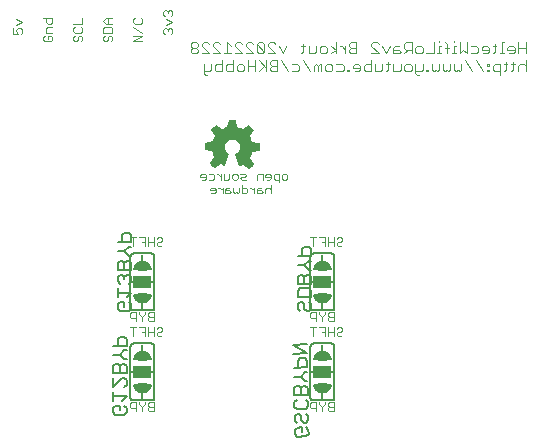
<source format=gbr>
G04 EAGLE Gerber RS-274X export*
G75*
%MOMM*%
%FSLAX34Y34*%
%LPD*%
%INSilkscreen Bottom*%
%IPPOS*%
%AMOC8*
5,1,8,0,0,1.08239X$1,22.5*%
G01*
%ADD10C,0.076200*%
%ADD11C,0.152400*%
%ADD12C,0.127000*%
%ADD13R,1.524000X1.016000*%
%ADD14C,0.050800*%

G36*
X395140Y514872D02*
X395140Y514872D01*
X395192Y514877D01*
X395214Y514891D01*
X395225Y514893D01*
X395233Y514902D01*
X395262Y514920D01*
X396151Y515682D01*
X396152Y515683D01*
X396154Y515685D01*
X397297Y516701D01*
X397300Y516705D01*
X397308Y516711D01*
X398197Y517600D01*
X398200Y517604D01*
X398207Y517611D01*
X399223Y518754D01*
X399239Y518786D01*
X399253Y518802D01*
X399255Y518818D01*
X399279Y518857D01*
X399279Y518870D01*
X399284Y518881D01*
X399277Y518940D01*
X399276Y518998D01*
X399268Y519013D01*
X399267Y519021D01*
X399259Y519031D01*
X399239Y519071D01*
X395653Y524017D01*
X396459Y525398D01*
X396460Y525404D01*
X396467Y525413D01*
X396975Y526429D01*
X396977Y526441D01*
X396991Y526469D01*
X397372Y527739D01*
X397372Y527740D01*
X397373Y527742D01*
X397836Y529366D01*
X403901Y530356D01*
X403960Y530384D01*
X404020Y530410D01*
X404023Y530414D01*
X404028Y530417D01*
X404063Y530472D01*
X404100Y530526D01*
X404101Y530533D01*
X404103Y530536D01*
X404103Y530545D01*
X404113Y530606D01*
X404113Y536194D01*
X404095Y536257D01*
X404079Y536321D01*
X404076Y536324D01*
X404074Y536329D01*
X404025Y536373D01*
X403978Y536418D01*
X403971Y536420D01*
X403969Y536423D01*
X403960Y536424D01*
X403901Y536444D01*
X397815Y537438D01*
X397496Y538183D01*
X397119Y539563D01*
X397113Y539573D01*
X397105Y539602D01*
X396343Y541253D01*
X396337Y541260D01*
X396330Y541277D01*
X395652Y542408D01*
X399116Y547481D01*
X399136Y547540D01*
X399159Y547599D01*
X399157Y547607D01*
X399160Y547615D01*
X399145Y547676D01*
X399134Y547737D01*
X399127Y547746D01*
X399126Y547752D01*
X399117Y547760D01*
X399086Y547803D01*
X398457Y548433D01*
X397445Y549570D01*
X397441Y549573D01*
X397435Y549581D01*
X396165Y550851D01*
X396156Y550856D01*
X396141Y550872D01*
X394998Y551761D01*
X394951Y551780D01*
X394908Y551806D01*
X394887Y551805D01*
X394868Y551813D01*
X394818Y551804D01*
X394767Y551803D01*
X394741Y551789D01*
X394729Y551787D01*
X394720Y551779D01*
X394694Y551766D01*
X389747Y548179D01*
X388111Y549114D01*
X388100Y549116D01*
X388079Y549129D01*
X386809Y549637D01*
X386804Y549638D01*
X386795Y549642D01*
X385035Y550229D01*
X384044Y556175D01*
X384021Y556222D01*
X384005Y556273D01*
X383991Y556285D01*
X383983Y556302D01*
X383938Y556330D01*
X383898Y556364D01*
X383873Y556371D01*
X383863Y556377D01*
X383851Y556376D01*
X383819Y556385D01*
X382549Y556512D01*
X382541Y556511D01*
X382524Y556513D01*
X379603Y556513D01*
X379596Y556511D01*
X379582Y556512D01*
X378058Y556385D01*
X378008Y556366D01*
X377957Y556355D01*
X377944Y556342D01*
X377926Y556335D01*
X377895Y556293D01*
X377857Y556255D01*
X377849Y556231D01*
X377842Y556222D01*
X377841Y556210D01*
X377830Y556179D01*
X376717Y550121D01*
X375738Y549903D01*
X375727Y549897D01*
X375690Y549887D01*
X373404Y548871D01*
X373398Y548867D01*
X373384Y548861D01*
X372380Y548304D01*
X367303Y551895D01*
X367261Y551909D01*
X367224Y551932D01*
X367196Y551932D01*
X367170Y551941D01*
X367127Y551931D01*
X367083Y551930D01*
X367045Y551912D01*
X367033Y551909D01*
X367027Y551902D01*
X367010Y551894D01*
X366121Y551259D01*
X366116Y551253D01*
X366101Y551244D01*
X365085Y550355D01*
X365082Y550350D01*
X365073Y550343D01*
X363803Y549073D01*
X363799Y549065D01*
X363784Y549052D01*
X362768Y547782D01*
X362748Y547734D01*
X362721Y547690D01*
X362722Y547670D01*
X362714Y547652D01*
X362723Y547601D01*
X362724Y547549D01*
X362736Y547524D01*
X362738Y547513D01*
X362746Y547504D01*
X362760Y547476D01*
X366227Y542648D01*
X366172Y542538D01*
X365287Y541021D01*
X365285Y541012D01*
X365275Y540998D01*
X364640Y539601D01*
X364639Y539591D01*
X364629Y539570D01*
X364166Y538066D01*
X358094Y536951D01*
X358049Y536928D01*
X358000Y536913D01*
X357987Y536897D01*
X357968Y536888D01*
X357942Y536844D01*
X357909Y536806D01*
X357901Y536778D01*
X357895Y536767D01*
X357896Y536756D01*
X357888Y536727D01*
X357761Y535457D01*
X357761Y535456D01*
X357761Y535455D01*
X357634Y534058D01*
X357635Y534050D01*
X357633Y534035D01*
X357633Y531114D01*
X357650Y531053D01*
X357664Y530992D01*
X357670Y530986D01*
X357672Y530979D01*
X357719Y530937D01*
X357764Y530892D01*
X357773Y530889D01*
X357777Y530885D01*
X357788Y530883D01*
X357840Y530865D01*
X363903Y529751D01*
X364371Y527878D01*
X364375Y527872D01*
X364377Y527859D01*
X364885Y526335D01*
X364892Y526324D01*
X364906Y526287D01*
X365714Y524902D01*
X362123Y519701D01*
X362107Y519655D01*
X362084Y519613D01*
X362085Y519590D01*
X362078Y519567D01*
X362089Y519521D01*
X362092Y519473D01*
X362109Y519443D01*
X362112Y519430D01*
X362119Y519423D01*
X362131Y519402D01*
X363020Y518259D01*
X363025Y518255D01*
X363031Y518246D01*
X364047Y517103D01*
X364051Y517100D01*
X364057Y517092D01*
X364946Y516203D01*
X364951Y516200D01*
X364958Y516191D01*
X365974Y515302D01*
X366025Y515279D01*
X366072Y515249D01*
X366088Y515249D01*
X366102Y515243D01*
X366157Y515250D01*
X366213Y515250D01*
X366232Y515259D01*
X366242Y515261D01*
X366252Y515269D01*
X366286Y515286D01*
X371224Y518742D01*
X372605Y517822D01*
X372617Y517818D01*
X372648Y517799D01*
X374172Y517164D01*
X374189Y517162D01*
X374205Y517153D01*
X374258Y517154D01*
X374312Y517148D01*
X374328Y517156D01*
X374345Y517157D01*
X374390Y517186D01*
X374438Y517210D01*
X374448Y517225D01*
X374463Y517235D01*
X374504Y517304D01*
X378441Y527210D01*
X378447Y527274D01*
X378457Y527337D01*
X378454Y527343D01*
X378455Y527351D01*
X378426Y527408D01*
X378401Y527466D01*
X378394Y527472D01*
X378391Y527477D01*
X378382Y527482D01*
X378340Y527519D01*
X377197Y528228D01*
X376242Y529137D01*
X375492Y530222D01*
X374979Y531437D01*
X374725Y532731D01*
X374739Y534049D01*
X375023Y535337D01*
X375563Y536540D01*
X376337Y537607D01*
X377312Y538495D01*
X378448Y539165D01*
X379696Y539589D01*
X381004Y539749D01*
X382357Y539630D01*
X383652Y539223D01*
X384829Y538549D01*
X385835Y537638D01*
X386623Y536533D01*
X387156Y535285D01*
X387409Y533952D01*
X387371Y532595D01*
X387044Y531278D01*
X386442Y530062D01*
X385593Y529003D01*
X384538Y528150D01*
X383300Y527530D01*
X383249Y527483D01*
X383197Y527436D01*
X383197Y527435D01*
X383196Y527435D01*
X383178Y527367D01*
X383160Y527300D01*
X383160Y527299D01*
X383160Y527297D01*
X383174Y527220D01*
X386730Y517060D01*
X386750Y517033D01*
X386760Y517001D01*
X386790Y516977D01*
X386812Y516946D01*
X386843Y516933D01*
X386869Y516911D01*
X386907Y516907D01*
X386942Y516892D01*
X386975Y516898D01*
X387009Y516894D01*
X387075Y516916D01*
X387081Y516917D01*
X387082Y516918D01*
X387086Y516919D01*
X389873Y518373D01*
X394954Y514903D01*
X395005Y514886D01*
X395052Y514863D01*
X395071Y514865D01*
X395088Y514859D01*
X395140Y514872D01*
G37*
D10*
X304419Y622681D02*
X297047Y622681D01*
X304419Y627596D01*
X297047Y627596D01*
X297047Y635080D02*
X304419Y630165D01*
X297047Y641335D02*
X298275Y642564D01*
X297047Y641335D02*
X297047Y638878D01*
X298275Y637649D01*
X303190Y637649D01*
X304419Y638878D01*
X304419Y641335D01*
X303190Y642564D01*
X466571Y317125D02*
X466571Y309753D01*
X466571Y317125D02*
X462885Y317125D01*
X461657Y315897D01*
X461657Y314668D01*
X462885Y313439D01*
X461657Y312210D01*
X461657Y310982D01*
X462885Y309753D01*
X466571Y309753D01*
X466571Y313439D02*
X462885Y313439D01*
X459087Y315897D02*
X459087Y317125D01*
X459087Y315897D02*
X456630Y313439D01*
X454172Y315897D01*
X454172Y317125D01*
X456630Y313439D02*
X456630Y309753D01*
X451603Y309753D02*
X451603Y317125D01*
X447917Y317125D01*
X446688Y315897D01*
X446688Y313439D01*
X447917Y312210D01*
X451603Y312210D01*
X314171Y309753D02*
X314171Y317125D01*
X310485Y317125D01*
X309257Y315897D01*
X309257Y314668D01*
X310485Y313439D01*
X309257Y312210D01*
X309257Y310982D01*
X310485Y309753D01*
X314171Y309753D01*
X314171Y313439D02*
X310485Y313439D01*
X306687Y315897D02*
X306687Y317125D01*
X306687Y315897D02*
X304230Y313439D01*
X301772Y315897D01*
X301772Y317125D01*
X304230Y313439D02*
X304230Y309753D01*
X299203Y309753D02*
X299203Y317125D01*
X295517Y317125D01*
X294288Y315897D01*
X294288Y313439D01*
X295517Y312210D01*
X299203Y312210D01*
X314171Y385953D02*
X314171Y393325D01*
X310485Y393325D01*
X309257Y392097D01*
X309257Y390868D01*
X310485Y389639D01*
X309257Y388410D01*
X309257Y387182D01*
X310485Y385953D01*
X314171Y385953D01*
X314171Y389639D02*
X310485Y389639D01*
X306687Y392097D02*
X306687Y393325D01*
X306687Y392097D02*
X304230Y389639D01*
X301772Y392097D01*
X301772Y393325D01*
X304230Y389639D02*
X304230Y385953D01*
X299203Y385953D02*
X299203Y393325D01*
X295517Y393325D01*
X294288Y392097D01*
X294288Y389639D01*
X295517Y388410D01*
X299203Y388410D01*
X466571Y385953D02*
X466571Y393325D01*
X462885Y393325D01*
X461657Y392097D01*
X461657Y390868D01*
X462885Y389639D01*
X461657Y388410D01*
X461657Y387182D01*
X462885Y385953D01*
X466571Y385953D01*
X466571Y389639D02*
X462885Y389639D01*
X459087Y392097D02*
X459087Y393325D01*
X459087Y392097D02*
X456630Y389639D01*
X454172Y392097D01*
X454172Y393325D01*
X456630Y389639D02*
X456630Y385953D01*
X451603Y385953D02*
X451603Y393325D01*
X447917Y393325D01*
X446688Y392097D01*
X446688Y389639D01*
X447917Y388410D01*
X451603Y388410D01*
X469141Y455597D02*
X470370Y456825D01*
X472827Y456825D01*
X474056Y455597D01*
X474056Y454368D01*
X472827Y453139D01*
X470370Y453139D01*
X469141Y451910D01*
X469141Y450682D01*
X470370Y449453D01*
X472827Y449453D01*
X474056Y450682D01*
X466571Y449453D02*
X466571Y456825D01*
X466571Y453139D02*
X461657Y453139D01*
X461657Y456825D02*
X461657Y449453D01*
X459087Y449453D02*
X459087Y456825D01*
X454172Y456825D01*
X456630Y453139D02*
X459087Y453139D01*
X449146Y449453D02*
X449146Y456825D01*
X451603Y456825D02*
X446688Y456825D01*
X317970Y456825D02*
X316741Y455597D01*
X317970Y456825D02*
X320427Y456825D01*
X321656Y455597D01*
X321656Y454368D01*
X320427Y453139D01*
X317970Y453139D01*
X316741Y451910D01*
X316741Y450682D01*
X317970Y449453D01*
X320427Y449453D01*
X321656Y450682D01*
X314171Y449453D02*
X314171Y456825D01*
X314171Y453139D02*
X309257Y453139D01*
X309257Y456825D02*
X309257Y449453D01*
X306687Y449453D02*
X306687Y456825D01*
X301772Y456825D01*
X304230Y453139D02*
X306687Y453139D01*
X296746Y449453D02*
X296746Y456825D01*
X299203Y456825D02*
X294288Y456825D01*
X317970Y380625D02*
X316741Y379397D01*
X317970Y380625D02*
X320427Y380625D01*
X321656Y379397D01*
X321656Y378168D01*
X320427Y376939D01*
X317970Y376939D01*
X316741Y375710D01*
X316741Y374482D01*
X317970Y373253D01*
X320427Y373253D01*
X321656Y374482D01*
X314171Y373253D02*
X314171Y380625D01*
X314171Y376939D02*
X309257Y376939D01*
X309257Y380625D02*
X309257Y373253D01*
X306687Y373253D02*
X306687Y380625D01*
X301772Y380625D01*
X304230Y376939D02*
X306687Y376939D01*
X296746Y373253D02*
X296746Y380625D01*
X299203Y380625D02*
X294288Y380625D01*
X469141Y379397D02*
X470370Y380625D01*
X472827Y380625D01*
X474056Y379397D01*
X474056Y378168D01*
X472827Y376939D01*
X470370Y376939D01*
X469141Y375710D01*
X469141Y374482D01*
X470370Y373253D01*
X472827Y373253D01*
X474056Y374482D01*
X466571Y373253D02*
X466571Y380625D01*
X466571Y376939D02*
X461657Y376939D01*
X461657Y380625D02*
X461657Y373253D01*
X459087Y373253D02*
X459087Y380625D01*
X454172Y380625D01*
X456630Y376939D02*
X459087Y376939D01*
X449146Y373253D02*
X449146Y380625D01*
X451603Y380625D02*
X446688Y380625D01*
X629412Y612521D02*
X629412Y621927D01*
X629412Y617224D02*
X623141Y617224D01*
X623141Y621927D02*
X623141Y612521D01*
X618489Y612521D02*
X615353Y612521D01*
X618489Y612521D02*
X620056Y614089D01*
X620056Y617224D01*
X618489Y618792D01*
X615353Y618792D01*
X613786Y617224D01*
X613786Y615656D01*
X620056Y615656D01*
X610701Y621927D02*
X609134Y621927D01*
X609134Y612521D01*
X610701Y612521D02*
X607566Y612521D01*
X602897Y614089D02*
X602897Y620359D01*
X602897Y614089D02*
X601329Y612521D01*
X601329Y618792D02*
X604465Y618792D01*
X596660Y612521D02*
X593525Y612521D01*
X596660Y612521D02*
X598228Y614089D01*
X598228Y617224D01*
X596660Y618792D01*
X593525Y618792D01*
X591957Y617224D01*
X591957Y615656D01*
X598228Y615656D01*
X587305Y618792D02*
X582602Y618792D01*
X587305Y618792D02*
X588873Y617224D01*
X588873Y614089D01*
X587305Y612521D01*
X582602Y612521D01*
X579517Y612521D02*
X579517Y621927D01*
X576382Y615656D02*
X579517Y612521D01*
X576382Y615656D02*
X573247Y612521D01*
X573247Y621927D01*
X570162Y618792D02*
X568595Y618792D01*
X568595Y612521D01*
X570162Y612521D02*
X567027Y612521D01*
X568595Y621927D02*
X568595Y623495D01*
X562358Y620359D02*
X562358Y612521D01*
X562358Y620359D02*
X560790Y621927D01*
X560790Y617224D02*
X563925Y617224D01*
X557689Y618792D02*
X556121Y618792D01*
X556121Y612521D01*
X557689Y612521D02*
X554553Y612521D01*
X556121Y621927D02*
X556121Y623495D01*
X551452Y621927D02*
X551452Y612521D01*
X545181Y612521D01*
X540529Y612521D02*
X537394Y612521D01*
X535826Y614089D01*
X535826Y617224D01*
X537394Y618792D01*
X540529Y618792D01*
X542097Y617224D01*
X542097Y614089D01*
X540529Y612521D01*
X532741Y612521D02*
X532741Y621927D01*
X528038Y621927D01*
X526471Y620359D01*
X526471Y617224D01*
X528038Y615656D01*
X532741Y615656D01*
X529606Y615656D02*
X526471Y612521D01*
X521819Y618792D02*
X518683Y618792D01*
X517116Y617224D01*
X517116Y612521D01*
X521819Y612521D01*
X523386Y614089D01*
X521819Y615656D01*
X517116Y615656D01*
X514031Y618792D02*
X510896Y612521D01*
X507760Y618792D01*
X504676Y612521D02*
X498405Y612521D01*
X504676Y612521D02*
X498405Y618792D01*
X498405Y620359D01*
X499973Y621927D01*
X503108Y621927D01*
X504676Y620359D01*
X485966Y621927D02*
X485966Y612521D01*
X485966Y621927D02*
X481263Y621927D01*
X479695Y620359D01*
X479695Y618792D01*
X481263Y617224D01*
X479695Y615656D01*
X479695Y614089D01*
X481263Y612521D01*
X485966Y612521D01*
X485966Y617224D02*
X481263Y617224D01*
X476610Y618792D02*
X476610Y612521D01*
X476610Y615656D02*
X473475Y618792D01*
X471907Y618792D01*
X468814Y621927D02*
X468814Y612521D01*
X468814Y615656D02*
X464111Y612521D01*
X468814Y615656D02*
X464111Y618792D01*
X459451Y612521D02*
X456315Y612521D01*
X454748Y614089D01*
X454748Y617224D01*
X456315Y618792D01*
X459451Y618792D01*
X461018Y617224D01*
X461018Y614089D01*
X459451Y612521D01*
X451663Y614089D02*
X451663Y618792D01*
X451663Y614089D02*
X450096Y612521D01*
X445393Y612521D01*
X445393Y618792D01*
X440740Y620359D02*
X440740Y614089D01*
X439173Y612521D01*
X439173Y618792D02*
X442308Y618792D01*
X426716Y618792D02*
X423581Y612521D01*
X420445Y618792D01*
X417361Y612521D02*
X411090Y612521D01*
X417361Y612521D02*
X411090Y618792D01*
X411090Y620359D01*
X412658Y621927D01*
X415793Y621927D01*
X417361Y620359D01*
X408006Y620359D02*
X408006Y614089D01*
X408006Y620359D02*
X406438Y621927D01*
X403303Y621927D01*
X401735Y620359D01*
X401735Y614089D01*
X403303Y612521D01*
X406438Y612521D01*
X408006Y614089D01*
X401735Y620359D01*
X398650Y612521D02*
X392380Y612521D01*
X398650Y612521D02*
X392380Y618792D01*
X392380Y620359D01*
X393947Y621927D01*
X397083Y621927D01*
X398650Y620359D01*
X389295Y612521D02*
X383025Y612521D01*
X389295Y612521D02*
X383025Y618792D01*
X383025Y620359D01*
X384592Y621927D01*
X387728Y621927D01*
X389295Y620359D01*
X379940Y618792D02*
X376805Y621927D01*
X376805Y612521D01*
X379940Y612521D02*
X373669Y612521D01*
X370585Y612521D02*
X364314Y612521D01*
X370585Y612521D02*
X364314Y618792D01*
X364314Y620359D01*
X365882Y621927D01*
X369017Y621927D01*
X370585Y620359D01*
X361230Y612521D02*
X354959Y612521D01*
X361230Y612521D02*
X354959Y618792D01*
X354959Y620359D01*
X356527Y621927D01*
X359662Y621927D01*
X361230Y620359D01*
X351875Y620359D02*
X350307Y621927D01*
X347172Y621927D01*
X345604Y620359D01*
X345604Y618792D01*
X347172Y617224D01*
X345604Y615656D01*
X345604Y614089D01*
X347172Y612521D01*
X350307Y612521D01*
X351875Y614089D01*
X351875Y615656D01*
X350307Y617224D01*
X351875Y618792D01*
X351875Y620359D01*
X350307Y617224D02*
X347172Y617224D01*
X629412Y606687D02*
X629412Y597281D01*
X629412Y601984D02*
X627844Y603552D01*
X624709Y603552D01*
X623141Y601984D01*
X623141Y597281D01*
X618489Y598849D02*
X618489Y605119D01*
X618489Y598849D02*
X616921Y597281D01*
X616921Y603552D02*
X620056Y603552D01*
X612252Y605119D02*
X612252Y598849D01*
X610684Y597281D01*
X610684Y603552D02*
X613820Y603552D01*
X607583Y603552D02*
X607583Y594146D01*
X607583Y603552D02*
X602880Y603552D01*
X601312Y601984D01*
X601312Y598849D01*
X602880Y597281D01*
X607583Y597281D01*
X598228Y603552D02*
X596660Y603552D01*
X596660Y601984D01*
X598228Y601984D01*
X598228Y603552D01*
X598228Y598849D02*
X596660Y598849D01*
X596660Y597281D01*
X598228Y597281D01*
X598228Y598849D01*
X593550Y597281D02*
X587279Y606687D01*
X577924Y606687D02*
X584195Y597281D01*
X574840Y598849D02*
X574840Y603552D01*
X574840Y598849D02*
X573272Y597281D01*
X571704Y598849D01*
X570137Y597281D01*
X568569Y598849D01*
X568569Y603552D01*
X565485Y603552D02*
X565485Y598849D01*
X563917Y597281D01*
X562349Y598849D01*
X560782Y597281D01*
X559214Y598849D01*
X559214Y603552D01*
X556129Y603552D02*
X556129Y598849D01*
X554562Y597281D01*
X552994Y598849D01*
X551426Y597281D01*
X549859Y598849D01*
X549859Y603552D01*
X546774Y598849D02*
X546774Y597281D01*
X546774Y598849D02*
X545207Y598849D01*
X545207Y597281D01*
X546774Y597281D01*
X542097Y598849D02*
X542097Y603552D01*
X542097Y598849D02*
X540529Y597281D01*
X535826Y597281D01*
X535826Y595713D02*
X535826Y603552D01*
X535826Y595713D02*
X537394Y594146D01*
X538961Y594146D01*
X531174Y597281D02*
X528038Y597281D01*
X526471Y598849D01*
X526471Y601984D01*
X528038Y603552D01*
X531174Y603552D01*
X532741Y601984D01*
X532741Y598849D01*
X531174Y597281D01*
X523386Y598849D02*
X523386Y603552D01*
X523386Y598849D02*
X521819Y597281D01*
X517116Y597281D01*
X517116Y603552D01*
X512463Y605119D02*
X512463Y598849D01*
X510896Y597281D01*
X510896Y603552D02*
X514031Y603552D01*
X507794Y603552D02*
X507794Y598849D01*
X506227Y597281D01*
X501524Y597281D01*
X501524Y603552D01*
X498439Y606687D02*
X498439Y597281D01*
X493736Y597281D01*
X492168Y598849D01*
X492168Y601984D01*
X493736Y603552D01*
X498439Y603552D01*
X487516Y597281D02*
X484381Y597281D01*
X487516Y597281D02*
X489084Y598849D01*
X489084Y601984D01*
X487516Y603552D01*
X484381Y603552D01*
X482813Y601984D01*
X482813Y600416D01*
X489084Y600416D01*
X479729Y598849D02*
X479729Y597281D01*
X479729Y598849D02*
X478161Y598849D01*
X478161Y597281D01*
X479729Y597281D01*
X473483Y603552D02*
X468780Y603552D01*
X473483Y603552D02*
X475051Y601984D01*
X475051Y598849D01*
X473483Y597281D01*
X468780Y597281D01*
X464128Y597281D02*
X460993Y597281D01*
X459425Y598849D01*
X459425Y601984D01*
X460993Y603552D01*
X464128Y603552D01*
X465696Y601984D01*
X465696Y598849D01*
X464128Y597281D01*
X456341Y597281D02*
X456341Y603552D01*
X454773Y603552D01*
X453205Y601984D01*
X453205Y597281D01*
X453205Y601984D02*
X451638Y603552D01*
X450070Y601984D01*
X450070Y597281D01*
X446986Y597281D02*
X440715Y606687D01*
X436063Y603552D02*
X431360Y603552D01*
X436063Y603552D02*
X437630Y601984D01*
X437630Y598849D01*
X436063Y597281D01*
X431360Y597281D01*
X428275Y597281D02*
X422004Y606687D01*
X418920Y606687D02*
X418920Y597281D01*
X418920Y606687D02*
X414217Y606687D01*
X412649Y605119D01*
X412649Y603552D01*
X414217Y601984D01*
X412649Y600416D01*
X412649Y598849D01*
X414217Y597281D01*
X418920Y597281D01*
X418920Y601984D02*
X414217Y601984D01*
X409565Y606687D02*
X409565Y597281D01*
X409565Y600416D02*
X403294Y606687D01*
X407997Y601984D02*
X403294Y597281D01*
X400210Y597281D02*
X400210Y606687D01*
X400210Y601984D02*
X393939Y601984D01*
X393939Y606687D02*
X393939Y597281D01*
X389287Y597281D02*
X386151Y597281D01*
X384584Y598849D01*
X384584Y601984D01*
X386151Y603552D01*
X389287Y603552D01*
X390854Y601984D01*
X390854Y598849D01*
X389287Y597281D01*
X381499Y597281D02*
X381499Y606687D01*
X381499Y597281D02*
X376796Y597281D01*
X375229Y598849D01*
X375229Y601984D01*
X376796Y603552D01*
X381499Y603552D01*
X372144Y606687D02*
X372144Y597281D01*
X367441Y597281D01*
X365873Y598849D01*
X365873Y601984D01*
X367441Y603552D01*
X372144Y603552D01*
X362789Y603552D02*
X362789Y598849D01*
X361221Y597281D01*
X356518Y597281D01*
X356518Y595713D02*
X356518Y603552D01*
X356518Y595713D02*
X358086Y594146D01*
X359654Y594146D01*
X195447Y629031D02*
X195447Y633946D01*
X195447Y629031D02*
X199133Y629031D01*
X197904Y631488D01*
X197904Y632717D01*
X199133Y633946D01*
X201590Y633946D01*
X202819Y632717D01*
X202819Y630260D01*
X201590Y629031D01*
X197904Y636515D02*
X202819Y638973D01*
X197904Y641430D01*
X220847Y626367D02*
X222075Y627596D01*
X220847Y626367D02*
X220847Y623910D01*
X222075Y622681D01*
X226990Y622681D01*
X228219Y623910D01*
X228219Y626367D01*
X226990Y627596D01*
X224533Y627596D01*
X224533Y625138D01*
X223304Y630165D02*
X228219Y630165D01*
X223304Y630165D02*
X223304Y633851D01*
X224533Y635080D01*
X228219Y635080D01*
X228219Y642564D02*
X220847Y642564D01*
X228219Y642564D02*
X228219Y638878D01*
X226990Y637649D01*
X224533Y637649D01*
X223304Y638878D01*
X223304Y642564D01*
X246247Y626367D02*
X247475Y627596D01*
X246247Y626367D02*
X246247Y623910D01*
X247475Y622681D01*
X248704Y622681D01*
X249933Y623910D01*
X249933Y626367D01*
X251162Y627596D01*
X252390Y627596D01*
X253619Y626367D01*
X253619Y623910D01*
X252390Y622681D01*
X246247Y633851D02*
X247475Y635080D01*
X246247Y633851D02*
X246247Y631394D01*
X247475Y630165D01*
X252390Y630165D01*
X253619Y631394D01*
X253619Y633851D01*
X252390Y635080D01*
X253619Y637649D02*
X246247Y637649D01*
X253619Y637649D02*
X253619Y642564D01*
X271647Y626367D02*
X272875Y627596D01*
X271647Y626367D02*
X271647Y623910D01*
X272875Y622681D01*
X274104Y622681D01*
X275333Y623910D01*
X275333Y626367D01*
X276562Y627596D01*
X277790Y627596D01*
X279019Y626367D01*
X279019Y623910D01*
X277790Y622681D01*
X279019Y630165D02*
X271647Y630165D01*
X279019Y630165D02*
X279019Y633851D01*
X277790Y635080D01*
X272875Y635080D01*
X271647Y633851D01*
X271647Y630165D01*
X274104Y637649D02*
X279019Y637649D01*
X274104Y637649D02*
X271647Y640107D01*
X274104Y642564D01*
X279019Y642564D01*
X275333Y642564D02*
X275333Y637649D01*
X322447Y630260D02*
X323675Y629031D01*
X322447Y630260D02*
X322447Y632717D01*
X323675Y633946D01*
X324904Y633946D01*
X326133Y632717D01*
X326133Y631488D01*
X326133Y632717D02*
X327362Y633946D01*
X328590Y633946D01*
X329819Y632717D01*
X329819Y630260D01*
X328590Y629031D01*
X324904Y636515D02*
X329819Y638973D01*
X324904Y641430D01*
X323675Y643999D02*
X322447Y645228D01*
X322447Y647685D01*
X323675Y648914D01*
X324904Y648914D01*
X326133Y647685D01*
X326133Y646457D01*
X326133Y647685D02*
X327362Y648914D01*
X328590Y648914D01*
X329819Y647685D01*
X329819Y645228D01*
X328590Y643999D01*
D11*
X294640Y440690D02*
X294640Y397510D01*
X314960Y440690D02*
X314958Y440790D01*
X314952Y440889D01*
X314942Y440989D01*
X314929Y441087D01*
X314911Y441186D01*
X314890Y441283D01*
X314865Y441379D01*
X314836Y441475D01*
X314803Y441569D01*
X314767Y441662D01*
X314727Y441753D01*
X314683Y441843D01*
X314636Y441931D01*
X314586Y442017D01*
X314532Y442101D01*
X314475Y442183D01*
X314415Y442262D01*
X314351Y442340D01*
X314285Y442414D01*
X314216Y442486D01*
X314144Y442555D01*
X314070Y442621D01*
X313992Y442685D01*
X313913Y442745D01*
X313831Y442802D01*
X313747Y442856D01*
X313661Y442906D01*
X313573Y442953D01*
X313483Y442997D01*
X313392Y443037D01*
X313299Y443073D01*
X313205Y443106D01*
X313109Y443135D01*
X313013Y443160D01*
X312916Y443181D01*
X312817Y443199D01*
X312719Y443212D01*
X312619Y443222D01*
X312520Y443228D01*
X312420Y443230D01*
X314960Y397510D02*
X314958Y397410D01*
X314952Y397311D01*
X314942Y397211D01*
X314929Y397113D01*
X314911Y397014D01*
X314890Y396917D01*
X314865Y396821D01*
X314836Y396725D01*
X314803Y396631D01*
X314767Y396538D01*
X314727Y396447D01*
X314683Y396357D01*
X314636Y396269D01*
X314586Y396183D01*
X314532Y396099D01*
X314475Y396017D01*
X314415Y395938D01*
X314351Y395860D01*
X314285Y395786D01*
X314216Y395714D01*
X314144Y395645D01*
X314070Y395579D01*
X313992Y395515D01*
X313913Y395455D01*
X313831Y395398D01*
X313747Y395344D01*
X313661Y395294D01*
X313573Y395247D01*
X313483Y395203D01*
X313392Y395163D01*
X313299Y395127D01*
X313205Y395094D01*
X313109Y395065D01*
X313013Y395040D01*
X312916Y395019D01*
X312817Y395001D01*
X312719Y394988D01*
X312619Y394978D01*
X312520Y394972D01*
X312420Y394970D01*
X297180Y394970D02*
X297080Y394972D01*
X296981Y394978D01*
X296881Y394988D01*
X296783Y395001D01*
X296684Y395019D01*
X296587Y395040D01*
X296491Y395065D01*
X296395Y395094D01*
X296301Y395127D01*
X296208Y395163D01*
X296117Y395203D01*
X296027Y395247D01*
X295939Y395294D01*
X295853Y395344D01*
X295769Y395398D01*
X295687Y395455D01*
X295608Y395515D01*
X295530Y395579D01*
X295456Y395645D01*
X295384Y395714D01*
X295315Y395786D01*
X295249Y395860D01*
X295185Y395938D01*
X295125Y396017D01*
X295068Y396099D01*
X295014Y396183D01*
X294964Y396269D01*
X294917Y396357D01*
X294873Y396447D01*
X294833Y396538D01*
X294797Y396631D01*
X294764Y396725D01*
X294735Y396821D01*
X294710Y396917D01*
X294689Y397014D01*
X294671Y397113D01*
X294658Y397211D01*
X294648Y397311D01*
X294642Y397410D01*
X294640Y397510D01*
X294640Y440690D02*
X294642Y440790D01*
X294648Y440889D01*
X294658Y440989D01*
X294671Y441087D01*
X294689Y441186D01*
X294710Y441283D01*
X294735Y441379D01*
X294764Y441475D01*
X294797Y441569D01*
X294833Y441662D01*
X294873Y441753D01*
X294917Y441843D01*
X294964Y441931D01*
X295014Y442017D01*
X295068Y442101D01*
X295125Y442183D01*
X295185Y442262D01*
X295249Y442340D01*
X295315Y442414D01*
X295384Y442486D01*
X295456Y442555D01*
X295530Y442621D01*
X295608Y442685D01*
X295687Y442745D01*
X295769Y442802D01*
X295853Y442856D01*
X295939Y442906D01*
X296027Y442953D01*
X296117Y442997D01*
X296208Y443037D01*
X296301Y443073D01*
X296395Y443106D01*
X296491Y443135D01*
X296587Y443160D01*
X296684Y443181D01*
X296783Y443199D01*
X296881Y443212D01*
X296981Y443222D01*
X297080Y443228D01*
X297180Y443230D01*
X312420Y443230D01*
X312420Y394970D02*
X297180Y394970D01*
X314960Y397510D02*
X314960Y440690D01*
X304800Y441960D02*
X304800Y436880D01*
X304800Y401320D02*
X304800Y396240D01*
X312420Y419100D02*
X314960Y419100D01*
X297180Y419100D02*
X294640Y419100D01*
D12*
X311756Y429894D02*
X304800Y429261D01*
X304800Y429261D01*
X297844Y429894D01*
X297861Y430064D01*
X297883Y430234D01*
X297909Y430402D01*
X297939Y430571D01*
X297973Y430738D01*
X298011Y430905D01*
X298054Y431070D01*
X298100Y431235D01*
X298150Y431398D01*
X298204Y431560D01*
X298263Y431721D01*
X298325Y431880D01*
X298391Y432037D01*
X298461Y432193D01*
X298534Y432347D01*
X298612Y432500D01*
X298693Y432650D01*
X298778Y432798D01*
X298866Y432945D01*
X298958Y433089D01*
X299053Y433230D01*
X299152Y433370D01*
X299254Y433507D01*
X299360Y433641D01*
X299469Y433773D01*
X299581Y433902D01*
X299696Y434028D01*
X299814Y434152D01*
X299935Y434272D01*
X300059Y434390D01*
X300186Y434504D01*
X300315Y434615D01*
X300448Y434723D01*
X300583Y434828D01*
X300720Y434930D01*
X300860Y435028D01*
X301002Y435122D01*
X301147Y435214D01*
X301294Y435301D01*
X301442Y435385D01*
X301593Y435465D01*
X301746Y435542D01*
X301900Y435615D01*
X302057Y435684D01*
X302215Y435749D01*
X302374Y435810D01*
X302535Y435868D01*
X302697Y435921D01*
X302861Y435970D01*
X303026Y436016D01*
X303191Y436057D01*
X303358Y436095D01*
X303526Y436128D01*
X303694Y436157D01*
X303863Y436182D01*
X304033Y436203D01*
X304203Y436219D01*
X304373Y436232D01*
X304544Y436240D01*
X304715Y436244D01*
X304885Y436244D01*
X305056Y436240D01*
X305227Y436232D01*
X305397Y436219D01*
X305567Y436203D01*
X305737Y436182D01*
X305906Y436157D01*
X306074Y436128D01*
X306242Y436095D01*
X306409Y436057D01*
X306574Y436016D01*
X306739Y435970D01*
X306903Y435921D01*
X307065Y435868D01*
X307226Y435810D01*
X307385Y435749D01*
X307543Y435684D01*
X307700Y435615D01*
X307854Y435542D01*
X308007Y435465D01*
X308158Y435385D01*
X308306Y435301D01*
X308453Y435214D01*
X308598Y435122D01*
X308740Y435028D01*
X308880Y434930D01*
X309017Y434828D01*
X309152Y434723D01*
X309285Y434615D01*
X309414Y434504D01*
X309541Y434390D01*
X309665Y434272D01*
X309786Y434152D01*
X309904Y434028D01*
X310019Y433902D01*
X310131Y433773D01*
X310240Y433641D01*
X310346Y433507D01*
X310448Y433370D01*
X310547Y433230D01*
X310642Y433089D01*
X310734Y432945D01*
X310822Y432798D01*
X310907Y432650D01*
X310988Y432500D01*
X311066Y432347D01*
X311139Y432193D01*
X311209Y432037D01*
X311275Y431880D01*
X311337Y431721D01*
X311396Y431560D01*
X311450Y431398D01*
X311500Y431235D01*
X311546Y431070D01*
X311589Y430905D01*
X311627Y430738D01*
X311661Y430571D01*
X311691Y430402D01*
X311717Y430234D01*
X311739Y430064D01*
X311756Y429894D01*
X310544Y429894D01*
X310526Y430043D01*
X310503Y430192D01*
X310477Y430341D01*
X310447Y430489D01*
X310413Y430635D01*
X310375Y430781D01*
X310334Y430926D01*
X310288Y431070D01*
X310239Y431213D01*
X310186Y431354D01*
X310130Y431494D01*
X310070Y431632D01*
X310006Y431769D01*
X309939Y431904D01*
X309868Y432037D01*
X309794Y432168D01*
X309717Y432297D01*
X309636Y432424D01*
X309551Y432549D01*
X309464Y432672D01*
X309373Y432793D01*
X309280Y432911D01*
X309183Y433027D01*
X309083Y433140D01*
X308981Y433250D01*
X308875Y433358D01*
X308767Y433463D01*
X308656Y433565D01*
X308542Y433664D01*
X308426Y433760D01*
X308307Y433853D01*
X308186Y433943D01*
X308063Y434030D01*
X307938Y434113D01*
X307810Y434193D01*
X307680Y434270D01*
X307549Y434344D01*
X307415Y434413D01*
X307280Y434480D01*
X307143Y434543D01*
X307004Y434602D01*
X306864Y434658D01*
X306723Y434710D01*
X306580Y434758D01*
X306436Y434803D01*
X306291Y434843D01*
X306144Y434880D01*
X305997Y434914D01*
X305849Y434943D01*
X305701Y434968D01*
X305552Y434990D01*
X305402Y435008D01*
X305252Y435021D01*
X305101Y435031D01*
X304951Y435037D01*
X304800Y435039D01*
X304649Y435037D01*
X304499Y435031D01*
X304348Y435021D01*
X304198Y435008D01*
X304048Y434990D01*
X303899Y434968D01*
X303751Y434943D01*
X303603Y434914D01*
X303456Y434880D01*
X303309Y434843D01*
X303164Y434803D01*
X303020Y434758D01*
X302877Y434710D01*
X302736Y434658D01*
X302596Y434602D01*
X302457Y434543D01*
X302320Y434480D01*
X302185Y434413D01*
X302051Y434344D01*
X301920Y434270D01*
X301790Y434193D01*
X301662Y434113D01*
X301537Y434030D01*
X301414Y433943D01*
X301293Y433853D01*
X301174Y433760D01*
X301058Y433664D01*
X300944Y433565D01*
X300833Y433463D01*
X300725Y433358D01*
X300619Y433250D01*
X300517Y433140D01*
X300417Y433027D01*
X300320Y432911D01*
X300227Y432793D01*
X300136Y432672D01*
X300049Y432549D01*
X299964Y432424D01*
X299883Y432297D01*
X299806Y432168D01*
X299732Y432037D01*
X299661Y431904D01*
X299594Y431769D01*
X299530Y431632D01*
X299470Y431494D01*
X299414Y431354D01*
X299361Y431213D01*
X299312Y431070D01*
X299266Y430926D01*
X299225Y430781D01*
X299187Y430635D01*
X299153Y430489D01*
X299123Y430341D01*
X299097Y430192D01*
X299074Y430043D01*
X299056Y429894D01*
X300271Y429893D01*
X300291Y430025D01*
X300316Y430156D01*
X300344Y430287D01*
X300376Y430417D01*
X300411Y430546D01*
X300451Y430673D01*
X300494Y430800D01*
X300541Y430925D01*
X300591Y431049D01*
X300645Y431171D01*
X300703Y431291D01*
X300764Y431410D01*
X300829Y431527D01*
X300897Y431642D01*
X300968Y431755D01*
X301042Y431866D01*
X301120Y431975D01*
X301201Y432081D01*
X301285Y432185D01*
X301372Y432287D01*
X301462Y432386D01*
X301555Y432482D01*
X301650Y432575D01*
X301748Y432666D01*
X301849Y432754D01*
X301953Y432838D01*
X302058Y432920D01*
X302166Y432999D01*
X302277Y433074D01*
X302389Y433146D01*
X302504Y433215D01*
X302620Y433280D01*
X302739Y433342D01*
X302859Y433401D01*
X302981Y433456D01*
X303104Y433507D01*
X303229Y433555D01*
X303355Y433599D01*
X303483Y433639D01*
X303611Y433676D01*
X303741Y433709D01*
X303871Y433738D01*
X304002Y433763D01*
X304134Y433784D01*
X304267Y433802D01*
X304400Y433815D01*
X304533Y433825D01*
X304666Y433831D01*
X304800Y433833D01*
X304934Y433831D01*
X305067Y433825D01*
X305200Y433815D01*
X305333Y433802D01*
X305466Y433784D01*
X305598Y433763D01*
X305729Y433738D01*
X305859Y433709D01*
X305989Y433676D01*
X306117Y433639D01*
X306245Y433599D01*
X306371Y433555D01*
X306496Y433507D01*
X306619Y433456D01*
X306741Y433401D01*
X306861Y433342D01*
X306980Y433280D01*
X307096Y433215D01*
X307211Y433146D01*
X307323Y433074D01*
X307434Y432999D01*
X307542Y432920D01*
X307647Y432838D01*
X307751Y432754D01*
X307852Y432666D01*
X307950Y432575D01*
X308045Y432482D01*
X308138Y432386D01*
X308228Y432287D01*
X308315Y432185D01*
X308399Y432081D01*
X308480Y431975D01*
X308558Y431866D01*
X308632Y431755D01*
X308703Y431642D01*
X308771Y431527D01*
X308836Y431410D01*
X308897Y431291D01*
X308955Y431171D01*
X309009Y431049D01*
X309059Y430925D01*
X309106Y430800D01*
X309149Y430673D01*
X309189Y430546D01*
X309224Y430417D01*
X309256Y430287D01*
X309284Y430156D01*
X309309Y430025D01*
X309329Y429893D01*
X308107Y429891D01*
X308084Y430004D01*
X308057Y430115D01*
X308025Y430226D01*
X307991Y430335D01*
X307952Y430444D01*
X307910Y430551D01*
X307864Y430656D01*
X307815Y430760D01*
X307762Y430862D01*
X307705Y430962D01*
X307646Y431060D01*
X307582Y431156D01*
X307516Y431250D01*
X307447Y431341D01*
X307374Y431430D01*
X307299Y431517D01*
X307220Y431601D01*
X307139Y431682D01*
X307055Y431761D01*
X306968Y431836D01*
X306879Y431909D01*
X306787Y431978D01*
X306693Y432044D01*
X306597Y432107D01*
X306499Y432167D01*
X306399Y432223D01*
X306297Y432276D01*
X306193Y432325D01*
X306088Y432371D01*
X305981Y432413D01*
X305873Y432452D01*
X305763Y432486D01*
X305652Y432517D01*
X305541Y432544D01*
X305428Y432568D01*
X305315Y432587D01*
X305201Y432603D01*
X305087Y432615D01*
X304972Y432623D01*
X304857Y432627D01*
X304743Y432627D01*
X304628Y432623D01*
X304513Y432615D01*
X304399Y432603D01*
X304285Y432587D01*
X304172Y432568D01*
X304059Y432544D01*
X303948Y432517D01*
X303837Y432486D01*
X303727Y432452D01*
X303619Y432413D01*
X303512Y432371D01*
X303407Y432325D01*
X303303Y432276D01*
X303201Y432223D01*
X303101Y432167D01*
X303003Y432107D01*
X302907Y432044D01*
X302813Y431978D01*
X302721Y431909D01*
X302632Y431836D01*
X302545Y431761D01*
X302461Y431682D01*
X302380Y431601D01*
X302301Y431517D01*
X302226Y431430D01*
X302153Y431341D01*
X302084Y431250D01*
X302018Y431156D01*
X301954Y431060D01*
X301895Y430962D01*
X301838Y430862D01*
X301785Y430760D01*
X301736Y430656D01*
X301690Y430551D01*
X301648Y430444D01*
X301609Y430335D01*
X301575Y430226D01*
X301543Y430115D01*
X301516Y430004D01*
X301493Y429891D01*
X302732Y429886D01*
X302760Y429973D01*
X302792Y430060D01*
X302828Y430144D01*
X302868Y430227D01*
X302910Y430309D01*
X302957Y430388D01*
X303007Y430466D01*
X303059Y430541D01*
X303116Y430614D01*
X303175Y430684D01*
X303237Y430752D01*
X303302Y430817D01*
X303369Y430880D01*
X303439Y430939D01*
X303512Y430995D01*
X303587Y431049D01*
X303664Y431099D01*
X303744Y431145D01*
X303825Y431188D01*
X303908Y431228D01*
X303992Y431264D01*
X304078Y431297D01*
X304166Y431326D01*
X304254Y431351D01*
X304344Y431372D01*
X304434Y431390D01*
X304525Y431403D01*
X304616Y431413D01*
X304708Y431419D01*
X304800Y431421D01*
X304892Y431419D01*
X304984Y431413D01*
X305075Y431403D01*
X305166Y431390D01*
X305256Y431372D01*
X305346Y431351D01*
X305434Y431326D01*
X305522Y431297D01*
X305608Y431264D01*
X305692Y431228D01*
X305775Y431188D01*
X305856Y431145D01*
X305936Y431099D01*
X306013Y431049D01*
X306088Y430995D01*
X306161Y430939D01*
X306231Y430880D01*
X306298Y430817D01*
X306363Y430752D01*
X306425Y430684D01*
X306484Y430614D01*
X306541Y430541D01*
X306593Y430466D01*
X306643Y430388D01*
X306690Y430309D01*
X306732Y430227D01*
X306772Y430144D01*
X306808Y430060D01*
X306840Y429973D01*
X306868Y429886D01*
X305552Y429849D01*
X305513Y429895D01*
X305472Y429938D01*
X305429Y429979D01*
X305382Y430017D01*
X305334Y430052D01*
X305284Y430083D01*
X305231Y430112D01*
X305177Y430137D01*
X305122Y430159D01*
X305065Y430178D01*
X305007Y430192D01*
X304949Y430203D01*
X304889Y430211D01*
X304830Y430215D01*
X304770Y430215D01*
X304711Y430211D01*
X304651Y430203D01*
X304593Y430192D01*
X304535Y430178D01*
X304478Y430159D01*
X304423Y430137D01*
X304369Y430112D01*
X304316Y430083D01*
X304266Y430052D01*
X304218Y430017D01*
X304171Y429979D01*
X304128Y429938D01*
X304087Y429895D01*
X304048Y429849D01*
X297844Y408306D02*
X304800Y408939D01*
X304800Y408939D01*
X311756Y408306D01*
X311739Y408136D01*
X311717Y407966D01*
X311691Y407798D01*
X311661Y407629D01*
X311627Y407462D01*
X311589Y407295D01*
X311546Y407130D01*
X311500Y406965D01*
X311450Y406802D01*
X311396Y406640D01*
X311337Y406479D01*
X311275Y406320D01*
X311209Y406163D01*
X311139Y406007D01*
X311066Y405853D01*
X310988Y405700D01*
X310907Y405550D01*
X310822Y405402D01*
X310734Y405255D01*
X310642Y405111D01*
X310547Y404970D01*
X310448Y404830D01*
X310346Y404693D01*
X310240Y404559D01*
X310131Y404427D01*
X310019Y404298D01*
X309904Y404172D01*
X309786Y404048D01*
X309665Y403928D01*
X309541Y403810D01*
X309414Y403696D01*
X309285Y403585D01*
X309152Y403477D01*
X309017Y403372D01*
X308880Y403270D01*
X308740Y403172D01*
X308598Y403078D01*
X308453Y402986D01*
X308306Y402899D01*
X308158Y402815D01*
X308007Y402735D01*
X307854Y402658D01*
X307700Y402585D01*
X307543Y402516D01*
X307385Y402451D01*
X307226Y402390D01*
X307065Y402332D01*
X306903Y402279D01*
X306739Y402230D01*
X306574Y402184D01*
X306409Y402143D01*
X306242Y402105D01*
X306074Y402072D01*
X305906Y402043D01*
X305737Y402018D01*
X305567Y401997D01*
X305397Y401981D01*
X305227Y401968D01*
X305056Y401960D01*
X304885Y401956D01*
X304715Y401956D01*
X304544Y401960D01*
X304373Y401968D01*
X304203Y401981D01*
X304033Y401997D01*
X303863Y402018D01*
X303694Y402043D01*
X303526Y402072D01*
X303358Y402105D01*
X303191Y402143D01*
X303026Y402184D01*
X302861Y402230D01*
X302697Y402279D01*
X302535Y402332D01*
X302374Y402390D01*
X302215Y402451D01*
X302057Y402516D01*
X301900Y402585D01*
X301746Y402658D01*
X301593Y402735D01*
X301442Y402815D01*
X301294Y402899D01*
X301147Y402986D01*
X301002Y403078D01*
X300860Y403172D01*
X300720Y403270D01*
X300583Y403372D01*
X300448Y403477D01*
X300315Y403585D01*
X300186Y403696D01*
X300059Y403810D01*
X299935Y403928D01*
X299814Y404048D01*
X299696Y404172D01*
X299581Y404298D01*
X299469Y404427D01*
X299360Y404559D01*
X299254Y404693D01*
X299152Y404830D01*
X299053Y404970D01*
X298958Y405111D01*
X298866Y405255D01*
X298778Y405402D01*
X298693Y405550D01*
X298612Y405700D01*
X298534Y405853D01*
X298461Y406007D01*
X298391Y406163D01*
X298325Y406320D01*
X298263Y406479D01*
X298204Y406640D01*
X298150Y406802D01*
X298100Y406965D01*
X298054Y407130D01*
X298011Y407295D01*
X297973Y407462D01*
X297939Y407629D01*
X297909Y407798D01*
X297883Y407966D01*
X297861Y408136D01*
X297844Y408306D01*
X299056Y408306D01*
X299074Y408157D01*
X299097Y408008D01*
X299123Y407859D01*
X299153Y407711D01*
X299187Y407565D01*
X299225Y407419D01*
X299266Y407274D01*
X299312Y407130D01*
X299361Y406987D01*
X299414Y406846D01*
X299470Y406706D01*
X299530Y406568D01*
X299594Y406431D01*
X299661Y406296D01*
X299732Y406163D01*
X299806Y406032D01*
X299883Y405903D01*
X299964Y405776D01*
X300049Y405651D01*
X300136Y405528D01*
X300227Y405407D01*
X300320Y405289D01*
X300417Y405173D01*
X300517Y405060D01*
X300619Y404950D01*
X300725Y404842D01*
X300833Y404737D01*
X300944Y404635D01*
X301058Y404536D01*
X301174Y404440D01*
X301293Y404347D01*
X301414Y404257D01*
X301537Y404170D01*
X301662Y404087D01*
X301790Y404007D01*
X301920Y403930D01*
X302051Y403856D01*
X302185Y403787D01*
X302320Y403720D01*
X302457Y403657D01*
X302596Y403598D01*
X302736Y403542D01*
X302877Y403490D01*
X303020Y403442D01*
X303164Y403397D01*
X303309Y403357D01*
X303456Y403320D01*
X303603Y403286D01*
X303751Y403257D01*
X303899Y403232D01*
X304048Y403210D01*
X304198Y403192D01*
X304348Y403179D01*
X304499Y403169D01*
X304649Y403163D01*
X304800Y403161D01*
X304951Y403163D01*
X305101Y403169D01*
X305252Y403179D01*
X305402Y403192D01*
X305552Y403210D01*
X305701Y403232D01*
X305849Y403257D01*
X305997Y403286D01*
X306144Y403320D01*
X306291Y403357D01*
X306436Y403397D01*
X306580Y403442D01*
X306723Y403490D01*
X306864Y403542D01*
X307004Y403598D01*
X307143Y403657D01*
X307280Y403720D01*
X307415Y403787D01*
X307549Y403856D01*
X307680Y403930D01*
X307810Y404007D01*
X307938Y404087D01*
X308063Y404170D01*
X308186Y404257D01*
X308307Y404347D01*
X308426Y404440D01*
X308542Y404536D01*
X308656Y404635D01*
X308767Y404737D01*
X308875Y404842D01*
X308981Y404950D01*
X309083Y405060D01*
X309183Y405173D01*
X309280Y405289D01*
X309373Y405407D01*
X309464Y405528D01*
X309551Y405651D01*
X309636Y405776D01*
X309717Y405903D01*
X309794Y406032D01*
X309868Y406163D01*
X309939Y406296D01*
X310006Y406431D01*
X310070Y406568D01*
X310130Y406706D01*
X310186Y406846D01*
X310239Y406987D01*
X310288Y407130D01*
X310334Y407274D01*
X310375Y407419D01*
X310413Y407565D01*
X310447Y407711D01*
X310477Y407859D01*
X310503Y408008D01*
X310526Y408157D01*
X310544Y408306D01*
X309329Y408307D01*
X309309Y408175D01*
X309284Y408044D01*
X309256Y407913D01*
X309224Y407783D01*
X309189Y407654D01*
X309149Y407527D01*
X309106Y407400D01*
X309059Y407275D01*
X309009Y407151D01*
X308955Y407029D01*
X308897Y406909D01*
X308836Y406790D01*
X308771Y406673D01*
X308703Y406558D01*
X308632Y406445D01*
X308558Y406334D01*
X308480Y406225D01*
X308399Y406119D01*
X308315Y406015D01*
X308228Y405913D01*
X308138Y405814D01*
X308045Y405718D01*
X307950Y405625D01*
X307852Y405534D01*
X307751Y405446D01*
X307647Y405362D01*
X307542Y405280D01*
X307434Y405201D01*
X307323Y405126D01*
X307211Y405054D01*
X307096Y404985D01*
X306980Y404920D01*
X306861Y404858D01*
X306741Y404799D01*
X306619Y404744D01*
X306496Y404693D01*
X306371Y404645D01*
X306245Y404601D01*
X306117Y404561D01*
X305989Y404524D01*
X305859Y404491D01*
X305729Y404462D01*
X305598Y404437D01*
X305466Y404416D01*
X305333Y404398D01*
X305200Y404385D01*
X305067Y404375D01*
X304934Y404369D01*
X304800Y404367D01*
X304666Y404369D01*
X304533Y404375D01*
X304400Y404385D01*
X304267Y404398D01*
X304134Y404416D01*
X304002Y404437D01*
X303871Y404462D01*
X303741Y404491D01*
X303611Y404524D01*
X303483Y404561D01*
X303355Y404601D01*
X303229Y404645D01*
X303104Y404693D01*
X302981Y404744D01*
X302859Y404799D01*
X302739Y404858D01*
X302620Y404920D01*
X302504Y404985D01*
X302389Y405054D01*
X302277Y405126D01*
X302166Y405201D01*
X302058Y405280D01*
X301953Y405362D01*
X301849Y405446D01*
X301748Y405534D01*
X301650Y405625D01*
X301555Y405718D01*
X301462Y405814D01*
X301372Y405913D01*
X301285Y406015D01*
X301201Y406119D01*
X301120Y406225D01*
X301042Y406334D01*
X300968Y406445D01*
X300897Y406558D01*
X300829Y406673D01*
X300764Y406790D01*
X300703Y406909D01*
X300645Y407029D01*
X300591Y407151D01*
X300541Y407275D01*
X300494Y407400D01*
X300451Y407527D01*
X300411Y407654D01*
X300376Y407783D01*
X300344Y407913D01*
X300316Y408044D01*
X300291Y408175D01*
X300271Y408307D01*
X301493Y408309D01*
X301516Y408196D01*
X301543Y408085D01*
X301575Y407974D01*
X301609Y407865D01*
X301648Y407756D01*
X301690Y407649D01*
X301736Y407544D01*
X301785Y407440D01*
X301838Y407338D01*
X301895Y407238D01*
X301954Y407140D01*
X302018Y407044D01*
X302084Y406950D01*
X302153Y406859D01*
X302226Y406770D01*
X302301Y406683D01*
X302380Y406599D01*
X302461Y406518D01*
X302545Y406439D01*
X302632Y406364D01*
X302721Y406291D01*
X302813Y406222D01*
X302907Y406156D01*
X303003Y406093D01*
X303101Y406033D01*
X303201Y405977D01*
X303303Y405924D01*
X303407Y405875D01*
X303512Y405829D01*
X303619Y405787D01*
X303727Y405748D01*
X303837Y405714D01*
X303948Y405683D01*
X304059Y405656D01*
X304172Y405632D01*
X304285Y405613D01*
X304399Y405597D01*
X304513Y405585D01*
X304628Y405577D01*
X304743Y405573D01*
X304857Y405573D01*
X304972Y405577D01*
X305087Y405585D01*
X305201Y405597D01*
X305315Y405613D01*
X305428Y405632D01*
X305541Y405656D01*
X305652Y405683D01*
X305763Y405714D01*
X305873Y405748D01*
X305981Y405787D01*
X306088Y405829D01*
X306193Y405875D01*
X306297Y405924D01*
X306399Y405977D01*
X306499Y406033D01*
X306597Y406093D01*
X306693Y406156D01*
X306787Y406222D01*
X306879Y406291D01*
X306968Y406364D01*
X307055Y406439D01*
X307139Y406518D01*
X307220Y406599D01*
X307299Y406683D01*
X307374Y406770D01*
X307447Y406859D01*
X307516Y406950D01*
X307582Y407044D01*
X307646Y407140D01*
X307705Y407238D01*
X307762Y407338D01*
X307815Y407440D01*
X307864Y407544D01*
X307910Y407649D01*
X307952Y407756D01*
X307991Y407865D01*
X308025Y407974D01*
X308057Y408085D01*
X308084Y408196D01*
X308107Y408309D01*
X306868Y408314D01*
X306840Y408227D01*
X306808Y408140D01*
X306772Y408056D01*
X306732Y407973D01*
X306690Y407891D01*
X306643Y407812D01*
X306593Y407734D01*
X306541Y407659D01*
X306484Y407586D01*
X306425Y407516D01*
X306363Y407448D01*
X306298Y407383D01*
X306231Y407320D01*
X306161Y407261D01*
X306088Y407205D01*
X306013Y407151D01*
X305936Y407101D01*
X305856Y407055D01*
X305775Y407012D01*
X305692Y406972D01*
X305608Y406936D01*
X305522Y406903D01*
X305434Y406874D01*
X305346Y406849D01*
X305256Y406828D01*
X305166Y406810D01*
X305075Y406797D01*
X304984Y406787D01*
X304892Y406781D01*
X304800Y406779D01*
X304708Y406781D01*
X304616Y406787D01*
X304525Y406797D01*
X304434Y406810D01*
X304344Y406828D01*
X304254Y406849D01*
X304166Y406874D01*
X304078Y406903D01*
X303992Y406936D01*
X303908Y406972D01*
X303825Y407012D01*
X303744Y407055D01*
X303664Y407101D01*
X303587Y407151D01*
X303512Y407205D01*
X303439Y407261D01*
X303369Y407320D01*
X303302Y407383D01*
X303237Y407448D01*
X303175Y407516D01*
X303116Y407586D01*
X303059Y407659D01*
X303007Y407734D01*
X302957Y407812D01*
X302910Y407891D01*
X302868Y407973D01*
X302828Y408056D01*
X302792Y408140D01*
X302760Y408227D01*
X302732Y408314D01*
X304048Y408351D01*
X304087Y408305D01*
X304128Y408262D01*
X304171Y408221D01*
X304218Y408183D01*
X304266Y408148D01*
X304316Y408117D01*
X304369Y408088D01*
X304423Y408063D01*
X304478Y408041D01*
X304535Y408022D01*
X304593Y408008D01*
X304651Y407997D01*
X304711Y407989D01*
X304770Y407985D01*
X304830Y407985D01*
X304889Y407989D01*
X304949Y407997D01*
X305007Y408008D01*
X305065Y408022D01*
X305122Y408041D01*
X305177Y408063D01*
X305231Y408088D01*
X305284Y408117D01*
X305334Y408148D01*
X305382Y408183D01*
X305429Y408221D01*
X305472Y408262D01*
X305513Y408305D01*
X305552Y408351D01*
D13*
X304800Y419100D03*
D12*
X293378Y401962D02*
X295285Y400055D01*
X295285Y396242D01*
X293378Y394335D01*
X285752Y394335D01*
X283845Y396242D01*
X283845Y400055D01*
X285752Y401962D01*
X289565Y401962D01*
X289565Y398148D01*
X291472Y406029D02*
X295285Y409842D01*
X283845Y409842D01*
X283845Y406029D02*
X283845Y413655D01*
X293378Y417723D02*
X295285Y419630D01*
X295285Y423443D01*
X293378Y425349D01*
X291472Y425349D01*
X289565Y423443D01*
X289565Y421536D01*
X289565Y423443D02*
X287658Y425349D01*
X285752Y425349D01*
X283845Y423443D01*
X283845Y419630D01*
X285752Y417723D01*
X283845Y429417D02*
X295285Y429417D01*
X295285Y435137D01*
X293378Y437043D01*
X291472Y437043D01*
X289565Y435137D01*
X287658Y437043D01*
X285752Y437043D01*
X283845Y435137D01*
X283845Y429417D01*
X289565Y429417D02*
X289565Y435137D01*
X293378Y441111D02*
X295285Y441111D01*
X293378Y441111D02*
X289565Y444924D01*
X293378Y448737D01*
X295285Y448737D01*
X289565Y444924D02*
X283845Y444924D01*
X283845Y452805D02*
X295285Y452805D01*
X295285Y458525D01*
X293378Y460431D01*
X289565Y460431D01*
X287658Y458525D01*
X287658Y452805D01*
D11*
X447040Y440690D02*
X447040Y397510D01*
X467360Y440690D02*
X467358Y440790D01*
X467352Y440889D01*
X467342Y440989D01*
X467329Y441087D01*
X467311Y441186D01*
X467290Y441283D01*
X467265Y441379D01*
X467236Y441475D01*
X467203Y441569D01*
X467167Y441662D01*
X467127Y441753D01*
X467083Y441843D01*
X467036Y441931D01*
X466986Y442017D01*
X466932Y442101D01*
X466875Y442183D01*
X466815Y442262D01*
X466751Y442340D01*
X466685Y442414D01*
X466616Y442486D01*
X466544Y442555D01*
X466470Y442621D01*
X466392Y442685D01*
X466313Y442745D01*
X466231Y442802D01*
X466147Y442856D01*
X466061Y442906D01*
X465973Y442953D01*
X465883Y442997D01*
X465792Y443037D01*
X465699Y443073D01*
X465605Y443106D01*
X465509Y443135D01*
X465413Y443160D01*
X465316Y443181D01*
X465217Y443199D01*
X465119Y443212D01*
X465019Y443222D01*
X464920Y443228D01*
X464820Y443230D01*
X467360Y397510D02*
X467358Y397410D01*
X467352Y397311D01*
X467342Y397211D01*
X467329Y397113D01*
X467311Y397014D01*
X467290Y396917D01*
X467265Y396821D01*
X467236Y396725D01*
X467203Y396631D01*
X467167Y396538D01*
X467127Y396447D01*
X467083Y396357D01*
X467036Y396269D01*
X466986Y396183D01*
X466932Y396099D01*
X466875Y396017D01*
X466815Y395938D01*
X466751Y395860D01*
X466685Y395786D01*
X466616Y395714D01*
X466544Y395645D01*
X466470Y395579D01*
X466392Y395515D01*
X466313Y395455D01*
X466231Y395398D01*
X466147Y395344D01*
X466061Y395294D01*
X465973Y395247D01*
X465883Y395203D01*
X465792Y395163D01*
X465699Y395127D01*
X465605Y395094D01*
X465509Y395065D01*
X465413Y395040D01*
X465316Y395019D01*
X465217Y395001D01*
X465119Y394988D01*
X465019Y394978D01*
X464920Y394972D01*
X464820Y394970D01*
X449580Y394970D02*
X449480Y394972D01*
X449381Y394978D01*
X449281Y394988D01*
X449183Y395001D01*
X449084Y395019D01*
X448987Y395040D01*
X448891Y395065D01*
X448795Y395094D01*
X448701Y395127D01*
X448608Y395163D01*
X448517Y395203D01*
X448427Y395247D01*
X448339Y395294D01*
X448253Y395344D01*
X448169Y395398D01*
X448087Y395455D01*
X448008Y395515D01*
X447930Y395579D01*
X447856Y395645D01*
X447784Y395714D01*
X447715Y395786D01*
X447649Y395860D01*
X447585Y395938D01*
X447525Y396017D01*
X447468Y396099D01*
X447414Y396183D01*
X447364Y396269D01*
X447317Y396357D01*
X447273Y396447D01*
X447233Y396538D01*
X447197Y396631D01*
X447164Y396725D01*
X447135Y396821D01*
X447110Y396917D01*
X447089Y397014D01*
X447071Y397113D01*
X447058Y397211D01*
X447048Y397311D01*
X447042Y397410D01*
X447040Y397510D01*
X447040Y440690D02*
X447042Y440790D01*
X447048Y440889D01*
X447058Y440989D01*
X447071Y441087D01*
X447089Y441186D01*
X447110Y441283D01*
X447135Y441379D01*
X447164Y441475D01*
X447197Y441569D01*
X447233Y441662D01*
X447273Y441753D01*
X447317Y441843D01*
X447364Y441931D01*
X447414Y442017D01*
X447468Y442101D01*
X447525Y442183D01*
X447585Y442262D01*
X447649Y442340D01*
X447715Y442414D01*
X447784Y442486D01*
X447856Y442555D01*
X447930Y442621D01*
X448008Y442685D01*
X448087Y442745D01*
X448169Y442802D01*
X448253Y442856D01*
X448339Y442906D01*
X448427Y442953D01*
X448517Y442997D01*
X448608Y443037D01*
X448701Y443073D01*
X448795Y443106D01*
X448891Y443135D01*
X448987Y443160D01*
X449084Y443181D01*
X449183Y443199D01*
X449281Y443212D01*
X449381Y443222D01*
X449480Y443228D01*
X449580Y443230D01*
X464820Y443230D01*
X464820Y394970D02*
X449580Y394970D01*
X467360Y397510D02*
X467360Y440690D01*
X457200Y441960D02*
X457200Y436880D01*
X457200Y401320D02*
X457200Y396240D01*
X464820Y419100D02*
X467360Y419100D01*
X449580Y419100D02*
X447040Y419100D01*
D12*
X464156Y429894D02*
X457200Y429261D01*
X457200Y429261D01*
X450244Y429894D01*
X450261Y430064D01*
X450283Y430234D01*
X450309Y430402D01*
X450339Y430571D01*
X450373Y430738D01*
X450411Y430905D01*
X450454Y431070D01*
X450500Y431235D01*
X450550Y431398D01*
X450604Y431560D01*
X450663Y431721D01*
X450725Y431880D01*
X450791Y432037D01*
X450861Y432193D01*
X450934Y432347D01*
X451012Y432500D01*
X451093Y432650D01*
X451178Y432798D01*
X451266Y432945D01*
X451358Y433089D01*
X451453Y433230D01*
X451552Y433370D01*
X451654Y433507D01*
X451760Y433641D01*
X451869Y433773D01*
X451981Y433902D01*
X452096Y434028D01*
X452214Y434152D01*
X452335Y434272D01*
X452459Y434390D01*
X452586Y434504D01*
X452715Y434615D01*
X452848Y434723D01*
X452983Y434828D01*
X453120Y434930D01*
X453260Y435028D01*
X453402Y435122D01*
X453547Y435214D01*
X453694Y435301D01*
X453842Y435385D01*
X453993Y435465D01*
X454146Y435542D01*
X454300Y435615D01*
X454457Y435684D01*
X454615Y435749D01*
X454774Y435810D01*
X454935Y435868D01*
X455097Y435921D01*
X455261Y435970D01*
X455426Y436016D01*
X455591Y436057D01*
X455758Y436095D01*
X455926Y436128D01*
X456094Y436157D01*
X456263Y436182D01*
X456433Y436203D01*
X456603Y436219D01*
X456773Y436232D01*
X456944Y436240D01*
X457115Y436244D01*
X457285Y436244D01*
X457456Y436240D01*
X457627Y436232D01*
X457797Y436219D01*
X457967Y436203D01*
X458137Y436182D01*
X458306Y436157D01*
X458474Y436128D01*
X458642Y436095D01*
X458809Y436057D01*
X458974Y436016D01*
X459139Y435970D01*
X459303Y435921D01*
X459465Y435868D01*
X459626Y435810D01*
X459785Y435749D01*
X459943Y435684D01*
X460100Y435615D01*
X460254Y435542D01*
X460407Y435465D01*
X460558Y435385D01*
X460706Y435301D01*
X460853Y435214D01*
X460998Y435122D01*
X461140Y435028D01*
X461280Y434930D01*
X461417Y434828D01*
X461552Y434723D01*
X461685Y434615D01*
X461814Y434504D01*
X461941Y434390D01*
X462065Y434272D01*
X462186Y434152D01*
X462304Y434028D01*
X462419Y433902D01*
X462531Y433773D01*
X462640Y433641D01*
X462746Y433507D01*
X462848Y433370D01*
X462947Y433230D01*
X463042Y433089D01*
X463134Y432945D01*
X463222Y432798D01*
X463307Y432650D01*
X463388Y432500D01*
X463466Y432347D01*
X463539Y432193D01*
X463609Y432037D01*
X463675Y431880D01*
X463737Y431721D01*
X463796Y431560D01*
X463850Y431398D01*
X463900Y431235D01*
X463946Y431070D01*
X463989Y430905D01*
X464027Y430738D01*
X464061Y430571D01*
X464091Y430402D01*
X464117Y430234D01*
X464139Y430064D01*
X464156Y429894D01*
X462944Y429894D01*
X462926Y430043D01*
X462903Y430192D01*
X462877Y430341D01*
X462847Y430489D01*
X462813Y430635D01*
X462775Y430781D01*
X462734Y430926D01*
X462688Y431070D01*
X462639Y431213D01*
X462586Y431354D01*
X462530Y431494D01*
X462470Y431632D01*
X462406Y431769D01*
X462339Y431904D01*
X462268Y432037D01*
X462194Y432168D01*
X462117Y432297D01*
X462036Y432424D01*
X461951Y432549D01*
X461864Y432672D01*
X461773Y432793D01*
X461680Y432911D01*
X461583Y433027D01*
X461483Y433140D01*
X461381Y433250D01*
X461275Y433358D01*
X461167Y433463D01*
X461056Y433565D01*
X460942Y433664D01*
X460826Y433760D01*
X460707Y433853D01*
X460586Y433943D01*
X460463Y434030D01*
X460338Y434113D01*
X460210Y434193D01*
X460080Y434270D01*
X459949Y434344D01*
X459815Y434413D01*
X459680Y434480D01*
X459543Y434543D01*
X459404Y434602D01*
X459264Y434658D01*
X459123Y434710D01*
X458980Y434758D01*
X458836Y434803D01*
X458691Y434843D01*
X458544Y434880D01*
X458397Y434914D01*
X458249Y434943D01*
X458101Y434968D01*
X457952Y434990D01*
X457802Y435008D01*
X457652Y435021D01*
X457501Y435031D01*
X457351Y435037D01*
X457200Y435039D01*
X457049Y435037D01*
X456899Y435031D01*
X456748Y435021D01*
X456598Y435008D01*
X456448Y434990D01*
X456299Y434968D01*
X456151Y434943D01*
X456003Y434914D01*
X455856Y434880D01*
X455709Y434843D01*
X455564Y434803D01*
X455420Y434758D01*
X455277Y434710D01*
X455136Y434658D01*
X454996Y434602D01*
X454857Y434543D01*
X454720Y434480D01*
X454585Y434413D01*
X454451Y434344D01*
X454320Y434270D01*
X454190Y434193D01*
X454062Y434113D01*
X453937Y434030D01*
X453814Y433943D01*
X453693Y433853D01*
X453574Y433760D01*
X453458Y433664D01*
X453344Y433565D01*
X453233Y433463D01*
X453125Y433358D01*
X453019Y433250D01*
X452917Y433140D01*
X452817Y433027D01*
X452720Y432911D01*
X452627Y432793D01*
X452536Y432672D01*
X452449Y432549D01*
X452364Y432424D01*
X452283Y432297D01*
X452206Y432168D01*
X452132Y432037D01*
X452061Y431904D01*
X451994Y431769D01*
X451930Y431632D01*
X451870Y431494D01*
X451814Y431354D01*
X451761Y431213D01*
X451712Y431070D01*
X451666Y430926D01*
X451625Y430781D01*
X451587Y430635D01*
X451553Y430489D01*
X451523Y430341D01*
X451497Y430192D01*
X451474Y430043D01*
X451456Y429894D01*
X452671Y429893D01*
X452691Y430025D01*
X452716Y430156D01*
X452744Y430287D01*
X452776Y430417D01*
X452811Y430546D01*
X452851Y430673D01*
X452894Y430800D01*
X452941Y430925D01*
X452991Y431049D01*
X453045Y431171D01*
X453103Y431291D01*
X453164Y431410D01*
X453229Y431527D01*
X453297Y431642D01*
X453368Y431755D01*
X453442Y431866D01*
X453520Y431975D01*
X453601Y432081D01*
X453685Y432185D01*
X453772Y432287D01*
X453862Y432386D01*
X453955Y432482D01*
X454050Y432575D01*
X454148Y432666D01*
X454249Y432754D01*
X454353Y432838D01*
X454458Y432920D01*
X454566Y432999D01*
X454677Y433074D01*
X454789Y433146D01*
X454904Y433215D01*
X455020Y433280D01*
X455139Y433342D01*
X455259Y433401D01*
X455381Y433456D01*
X455504Y433507D01*
X455629Y433555D01*
X455755Y433599D01*
X455883Y433639D01*
X456011Y433676D01*
X456141Y433709D01*
X456271Y433738D01*
X456402Y433763D01*
X456534Y433784D01*
X456667Y433802D01*
X456800Y433815D01*
X456933Y433825D01*
X457066Y433831D01*
X457200Y433833D01*
X457334Y433831D01*
X457467Y433825D01*
X457600Y433815D01*
X457733Y433802D01*
X457866Y433784D01*
X457998Y433763D01*
X458129Y433738D01*
X458259Y433709D01*
X458389Y433676D01*
X458517Y433639D01*
X458645Y433599D01*
X458771Y433555D01*
X458896Y433507D01*
X459019Y433456D01*
X459141Y433401D01*
X459261Y433342D01*
X459380Y433280D01*
X459496Y433215D01*
X459611Y433146D01*
X459723Y433074D01*
X459834Y432999D01*
X459942Y432920D01*
X460047Y432838D01*
X460151Y432754D01*
X460252Y432666D01*
X460350Y432575D01*
X460445Y432482D01*
X460538Y432386D01*
X460628Y432287D01*
X460715Y432185D01*
X460799Y432081D01*
X460880Y431975D01*
X460958Y431866D01*
X461032Y431755D01*
X461103Y431642D01*
X461171Y431527D01*
X461236Y431410D01*
X461297Y431291D01*
X461355Y431171D01*
X461409Y431049D01*
X461459Y430925D01*
X461506Y430800D01*
X461549Y430673D01*
X461589Y430546D01*
X461624Y430417D01*
X461656Y430287D01*
X461684Y430156D01*
X461709Y430025D01*
X461729Y429893D01*
X460507Y429891D01*
X460484Y430004D01*
X460457Y430115D01*
X460425Y430226D01*
X460391Y430335D01*
X460352Y430444D01*
X460310Y430551D01*
X460264Y430656D01*
X460215Y430760D01*
X460162Y430862D01*
X460105Y430962D01*
X460046Y431060D01*
X459982Y431156D01*
X459916Y431250D01*
X459847Y431341D01*
X459774Y431430D01*
X459699Y431517D01*
X459620Y431601D01*
X459539Y431682D01*
X459455Y431761D01*
X459368Y431836D01*
X459279Y431909D01*
X459187Y431978D01*
X459093Y432044D01*
X458997Y432107D01*
X458899Y432167D01*
X458799Y432223D01*
X458697Y432276D01*
X458593Y432325D01*
X458488Y432371D01*
X458381Y432413D01*
X458273Y432452D01*
X458163Y432486D01*
X458052Y432517D01*
X457941Y432544D01*
X457828Y432568D01*
X457715Y432587D01*
X457601Y432603D01*
X457487Y432615D01*
X457372Y432623D01*
X457257Y432627D01*
X457143Y432627D01*
X457028Y432623D01*
X456913Y432615D01*
X456799Y432603D01*
X456685Y432587D01*
X456572Y432568D01*
X456459Y432544D01*
X456348Y432517D01*
X456237Y432486D01*
X456127Y432452D01*
X456019Y432413D01*
X455912Y432371D01*
X455807Y432325D01*
X455703Y432276D01*
X455601Y432223D01*
X455501Y432167D01*
X455403Y432107D01*
X455307Y432044D01*
X455213Y431978D01*
X455121Y431909D01*
X455032Y431836D01*
X454945Y431761D01*
X454861Y431682D01*
X454780Y431601D01*
X454701Y431517D01*
X454626Y431430D01*
X454553Y431341D01*
X454484Y431250D01*
X454418Y431156D01*
X454354Y431060D01*
X454295Y430962D01*
X454238Y430862D01*
X454185Y430760D01*
X454136Y430656D01*
X454090Y430551D01*
X454048Y430444D01*
X454009Y430335D01*
X453975Y430226D01*
X453943Y430115D01*
X453916Y430004D01*
X453893Y429891D01*
X455132Y429886D01*
X455160Y429973D01*
X455192Y430060D01*
X455228Y430144D01*
X455268Y430227D01*
X455310Y430309D01*
X455357Y430388D01*
X455407Y430466D01*
X455459Y430541D01*
X455516Y430614D01*
X455575Y430684D01*
X455637Y430752D01*
X455702Y430817D01*
X455769Y430880D01*
X455839Y430939D01*
X455912Y430995D01*
X455987Y431049D01*
X456064Y431099D01*
X456144Y431145D01*
X456225Y431188D01*
X456308Y431228D01*
X456392Y431264D01*
X456478Y431297D01*
X456566Y431326D01*
X456654Y431351D01*
X456744Y431372D01*
X456834Y431390D01*
X456925Y431403D01*
X457016Y431413D01*
X457108Y431419D01*
X457200Y431421D01*
X457292Y431419D01*
X457384Y431413D01*
X457475Y431403D01*
X457566Y431390D01*
X457656Y431372D01*
X457746Y431351D01*
X457834Y431326D01*
X457922Y431297D01*
X458008Y431264D01*
X458092Y431228D01*
X458175Y431188D01*
X458256Y431145D01*
X458336Y431099D01*
X458413Y431049D01*
X458488Y430995D01*
X458561Y430939D01*
X458631Y430880D01*
X458698Y430817D01*
X458763Y430752D01*
X458825Y430684D01*
X458884Y430614D01*
X458941Y430541D01*
X458993Y430466D01*
X459043Y430388D01*
X459090Y430309D01*
X459132Y430227D01*
X459172Y430144D01*
X459208Y430060D01*
X459240Y429973D01*
X459268Y429886D01*
X457952Y429849D01*
X457913Y429895D01*
X457872Y429938D01*
X457829Y429979D01*
X457782Y430017D01*
X457734Y430052D01*
X457684Y430083D01*
X457631Y430112D01*
X457577Y430137D01*
X457522Y430159D01*
X457465Y430178D01*
X457407Y430192D01*
X457349Y430203D01*
X457289Y430211D01*
X457230Y430215D01*
X457170Y430215D01*
X457111Y430211D01*
X457051Y430203D01*
X456993Y430192D01*
X456935Y430178D01*
X456878Y430159D01*
X456823Y430137D01*
X456769Y430112D01*
X456716Y430083D01*
X456666Y430052D01*
X456618Y430017D01*
X456571Y429979D01*
X456528Y429938D01*
X456487Y429895D01*
X456448Y429849D01*
X450244Y408306D02*
X457200Y408939D01*
X457200Y408939D01*
X464156Y408306D01*
X464139Y408136D01*
X464117Y407966D01*
X464091Y407798D01*
X464061Y407629D01*
X464027Y407462D01*
X463989Y407295D01*
X463946Y407130D01*
X463900Y406965D01*
X463850Y406802D01*
X463796Y406640D01*
X463737Y406479D01*
X463675Y406320D01*
X463609Y406163D01*
X463539Y406007D01*
X463466Y405853D01*
X463388Y405700D01*
X463307Y405550D01*
X463222Y405402D01*
X463134Y405255D01*
X463042Y405111D01*
X462947Y404970D01*
X462848Y404830D01*
X462746Y404693D01*
X462640Y404559D01*
X462531Y404427D01*
X462419Y404298D01*
X462304Y404172D01*
X462186Y404048D01*
X462065Y403928D01*
X461941Y403810D01*
X461814Y403696D01*
X461685Y403585D01*
X461552Y403477D01*
X461417Y403372D01*
X461280Y403270D01*
X461140Y403172D01*
X460998Y403078D01*
X460853Y402986D01*
X460706Y402899D01*
X460558Y402815D01*
X460407Y402735D01*
X460254Y402658D01*
X460100Y402585D01*
X459943Y402516D01*
X459785Y402451D01*
X459626Y402390D01*
X459465Y402332D01*
X459303Y402279D01*
X459139Y402230D01*
X458974Y402184D01*
X458809Y402143D01*
X458642Y402105D01*
X458474Y402072D01*
X458306Y402043D01*
X458137Y402018D01*
X457967Y401997D01*
X457797Y401981D01*
X457627Y401968D01*
X457456Y401960D01*
X457285Y401956D01*
X457115Y401956D01*
X456944Y401960D01*
X456773Y401968D01*
X456603Y401981D01*
X456433Y401997D01*
X456263Y402018D01*
X456094Y402043D01*
X455926Y402072D01*
X455758Y402105D01*
X455591Y402143D01*
X455426Y402184D01*
X455261Y402230D01*
X455097Y402279D01*
X454935Y402332D01*
X454774Y402390D01*
X454615Y402451D01*
X454457Y402516D01*
X454300Y402585D01*
X454146Y402658D01*
X453993Y402735D01*
X453842Y402815D01*
X453694Y402899D01*
X453547Y402986D01*
X453402Y403078D01*
X453260Y403172D01*
X453120Y403270D01*
X452983Y403372D01*
X452848Y403477D01*
X452715Y403585D01*
X452586Y403696D01*
X452459Y403810D01*
X452335Y403928D01*
X452214Y404048D01*
X452096Y404172D01*
X451981Y404298D01*
X451869Y404427D01*
X451760Y404559D01*
X451654Y404693D01*
X451552Y404830D01*
X451453Y404970D01*
X451358Y405111D01*
X451266Y405255D01*
X451178Y405402D01*
X451093Y405550D01*
X451012Y405700D01*
X450934Y405853D01*
X450861Y406007D01*
X450791Y406163D01*
X450725Y406320D01*
X450663Y406479D01*
X450604Y406640D01*
X450550Y406802D01*
X450500Y406965D01*
X450454Y407130D01*
X450411Y407295D01*
X450373Y407462D01*
X450339Y407629D01*
X450309Y407798D01*
X450283Y407966D01*
X450261Y408136D01*
X450244Y408306D01*
X451456Y408306D01*
X451474Y408157D01*
X451497Y408008D01*
X451523Y407859D01*
X451553Y407711D01*
X451587Y407565D01*
X451625Y407419D01*
X451666Y407274D01*
X451712Y407130D01*
X451761Y406987D01*
X451814Y406846D01*
X451870Y406706D01*
X451930Y406568D01*
X451994Y406431D01*
X452061Y406296D01*
X452132Y406163D01*
X452206Y406032D01*
X452283Y405903D01*
X452364Y405776D01*
X452449Y405651D01*
X452536Y405528D01*
X452627Y405407D01*
X452720Y405289D01*
X452817Y405173D01*
X452917Y405060D01*
X453019Y404950D01*
X453125Y404842D01*
X453233Y404737D01*
X453344Y404635D01*
X453458Y404536D01*
X453574Y404440D01*
X453693Y404347D01*
X453814Y404257D01*
X453937Y404170D01*
X454062Y404087D01*
X454190Y404007D01*
X454320Y403930D01*
X454451Y403856D01*
X454585Y403787D01*
X454720Y403720D01*
X454857Y403657D01*
X454996Y403598D01*
X455136Y403542D01*
X455277Y403490D01*
X455420Y403442D01*
X455564Y403397D01*
X455709Y403357D01*
X455856Y403320D01*
X456003Y403286D01*
X456151Y403257D01*
X456299Y403232D01*
X456448Y403210D01*
X456598Y403192D01*
X456748Y403179D01*
X456899Y403169D01*
X457049Y403163D01*
X457200Y403161D01*
X457351Y403163D01*
X457501Y403169D01*
X457652Y403179D01*
X457802Y403192D01*
X457952Y403210D01*
X458101Y403232D01*
X458249Y403257D01*
X458397Y403286D01*
X458544Y403320D01*
X458691Y403357D01*
X458836Y403397D01*
X458980Y403442D01*
X459123Y403490D01*
X459264Y403542D01*
X459404Y403598D01*
X459543Y403657D01*
X459680Y403720D01*
X459815Y403787D01*
X459949Y403856D01*
X460080Y403930D01*
X460210Y404007D01*
X460338Y404087D01*
X460463Y404170D01*
X460586Y404257D01*
X460707Y404347D01*
X460826Y404440D01*
X460942Y404536D01*
X461056Y404635D01*
X461167Y404737D01*
X461275Y404842D01*
X461381Y404950D01*
X461483Y405060D01*
X461583Y405173D01*
X461680Y405289D01*
X461773Y405407D01*
X461864Y405528D01*
X461951Y405651D01*
X462036Y405776D01*
X462117Y405903D01*
X462194Y406032D01*
X462268Y406163D01*
X462339Y406296D01*
X462406Y406431D01*
X462470Y406568D01*
X462530Y406706D01*
X462586Y406846D01*
X462639Y406987D01*
X462688Y407130D01*
X462734Y407274D01*
X462775Y407419D01*
X462813Y407565D01*
X462847Y407711D01*
X462877Y407859D01*
X462903Y408008D01*
X462926Y408157D01*
X462944Y408306D01*
X461729Y408307D01*
X461709Y408175D01*
X461684Y408044D01*
X461656Y407913D01*
X461624Y407783D01*
X461589Y407654D01*
X461549Y407527D01*
X461506Y407400D01*
X461459Y407275D01*
X461409Y407151D01*
X461355Y407029D01*
X461297Y406909D01*
X461236Y406790D01*
X461171Y406673D01*
X461103Y406558D01*
X461032Y406445D01*
X460958Y406334D01*
X460880Y406225D01*
X460799Y406119D01*
X460715Y406015D01*
X460628Y405913D01*
X460538Y405814D01*
X460445Y405718D01*
X460350Y405625D01*
X460252Y405534D01*
X460151Y405446D01*
X460047Y405362D01*
X459942Y405280D01*
X459834Y405201D01*
X459723Y405126D01*
X459611Y405054D01*
X459496Y404985D01*
X459380Y404920D01*
X459261Y404858D01*
X459141Y404799D01*
X459019Y404744D01*
X458896Y404693D01*
X458771Y404645D01*
X458645Y404601D01*
X458517Y404561D01*
X458389Y404524D01*
X458259Y404491D01*
X458129Y404462D01*
X457998Y404437D01*
X457866Y404416D01*
X457733Y404398D01*
X457600Y404385D01*
X457467Y404375D01*
X457334Y404369D01*
X457200Y404367D01*
X457066Y404369D01*
X456933Y404375D01*
X456800Y404385D01*
X456667Y404398D01*
X456534Y404416D01*
X456402Y404437D01*
X456271Y404462D01*
X456141Y404491D01*
X456011Y404524D01*
X455883Y404561D01*
X455755Y404601D01*
X455629Y404645D01*
X455504Y404693D01*
X455381Y404744D01*
X455259Y404799D01*
X455139Y404858D01*
X455020Y404920D01*
X454904Y404985D01*
X454789Y405054D01*
X454677Y405126D01*
X454566Y405201D01*
X454458Y405280D01*
X454353Y405362D01*
X454249Y405446D01*
X454148Y405534D01*
X454050Y405625D01*
X453955Y405718D01*
X453862Y405814D01*
X453772Y405913D01*
X453685Y406015D01*
X453601Y406119D01*
X453520Y406225D01*
X453442Y406334D01*
X453368Y406445D01*
X453297Y406558D01*
X453229Y406673D01*
X453164Y406790D01*
X453103Y406909D01*
X453045Y407029D01*
X452991Y407151D01*
X452941Y407275D01*
X452894Y407400D01*
X452851Y407527D01*
X452811Y407654D01*
X452776Y407783D01*
X452744Y407913D01*
X452716Y408044D01*
X452691Y408175D01*
X452671Y408307D01*
X453893Y408309D01*
X453916Y408196D01*
X453943Y408085D01*
X453975Y407974D01*
X454009Y407865D01*
X454048Y407756D01*
X454090Y407649D01*
X454136Y407544D01*
X454185Y407440D01*
X454238Y407338D01*
X454295Y407238D01*
X454354Y407140D01*
X454418Y407044D01*
X454484Y406950D01*
X454553Y406859D01*
X454626Y406770D01*
X454701Y406683D01*
X454780Y406599D01*
X454861Y406518D01*
X454945Y406439D01*
X455032Y406364D01*
X455121Y406291D01*
X455213Y406222D01*
X455307Y406156D01*
X455403Y406093D01*
X455501Y406033D01*
X455601Y405977D01*
X455703Y405924D01*
X455807Y405875D01*
X455912Y405829D01*
X456019Y405787D01*
X456127Y405748D01*
X456237Y405714D01*
X456348Y405683D01*
X456459Y405656D01*
X456572Y405632D01*
X456685Y405613D01*
X456799Y405597D01*
X456913Y405585D01*
X457028Y405577D01*
X457143Y405573D01*
X457257Y405573D01*
X457372Y405577D01*
X457487Y405585D01*
X457601Y405597D01*
X457715Y405613D01*
X457828Y405632D01*
X457941Y405656D01*
X458052Y405683D01*
X458163Y405714D01*
X458273Y405748D01*
X458381Y405787D01*
X458488Y405829D01*
X458593Y405875D01*
X458697Y405924D01*
X458799Y405977D01*
X458899Y406033D01*
X458997Y406093D01*
X459093Y406156D01*
X459187Y406222D01*
X459279Y406291D01*
X459368Y406364D01*
X459455Y406439D01*
X459539Y406518D01*
X459620Y406599D01*
X459699Y406683D01*
X459774Y406770D01*
X459847Y406859D01*
X459916Y406950D01*
X459982Y407044D01*
X460046Y407140D01*
X460105Y407238D01*
X460162Y407338D01*
X460215Y407440D01*
X460264Y407544D01*
X460310Y407649D01*
X460352Y407756D01*
X460391Y407865D01*
X460425Y407974D01*
X460457Y408085D01*
X460484Y408196D01*
X460507Y408309D01*
X459268Y408314D01*
X459240Y408227D01*
X459208Y408140D01*
X459172Y408056D01*
X459132Y407973D01*
X459090Y407891D01*
X459043Y407812D01*
X458993Y407734D01*
X458941Y407659D01*
X458884Y407586D01*
X458825Y407516D01*
X458763Y407448D01*
X458698Y407383D01*
X458631Y407320D01*
X458561Y407261D01*
X458488Y407205D01*
X458413Y407151D01*
X458336Y407101D01*
X458256Y407055D01*
X458175Y407012D01*
X458092Y406972D01*
X458008Y406936D01*
X457922Y406903D01*
X457834Y406874D01*
X457746Y406849D01*
X457656Y406828D01*
X457566Y406810D01*
X457475Y406797D01*
X457384Y406787D01*
X457292Y406781D01*
X457200Y406779D01*
X457108Y406781D01*
X457016Y406787D01*
X456925Y406797D01*
X456834Y406810D01*
X456744Y406828D01*
X456654Y406849D01*
X456566Y406874D01*
X456478Y406903D01*
X456392Y406936D01*
X456308Y406972D01*
X456225Y407012D01*
X456144Y407055D01*
X456064Y407101D01*
X455987Y407151D01*
X455912Y407205D01*
X455839Y407261D01*
X455769Y407320D01*
X455702Y407383D01*
X455637Y407448D01*
X455575Y407516D01*
X455516Y407586D01*
X455459Y407659D01*
X455407Y407734D01*
X455357Y407812D01*
X455310Y407891D01*
X455268Y407973D01*
X455228Y408056D01*
X455192Y408140D01*
X455160Y408227D01*
X455132Y408314D01*
X456448Y408351D01*
X456487Y408305D01*
X456528Y408262D01*
X456571Y408221D01*
X456618Y408183D01*
X456666Y408148D01*
X456716Y408117D01*
X456769Y408088D01*
X456823Y408063D01*
X456878Y408041D01*
X456935Y408022D01*
X456993Y408008D01*
X457051Y407997D01*
X457111Y407989D01*
X457170Y407985D01*
X457230Y407985D01*
X457289Y407989D01*
X457349Y407997D01*
X457407Y408008D01*
X457465Y408022D01*
X457522Y408041D01*
X457577Y408063D01*
X457631Y408088D01*
X457684Y408117D01*
X457734Y408148D01*
X457782Y408183D01*
X457829Y408221D01*
X457872Y408262D01*
X457913Y408305D01*
X457952Y408351D01*
D13*
X457200Y419100D03*
D12*
X445778Y401962D02*
X447685Y400055D01*
X447685Y396242D01*
X445778Y394335D01*
X443872Y394335D01*
X441965Y396242D01*
X441965Y400055D01*
X440058Y401962D01*
X438152Y401962D01*
X436245Y400055D01*
X436245Y396242D01*
X438152Y394335D01*
X436245Y406029D02*
X447685Y406029D01*
X436245Y406029D02*
X436245Y411749D01*
X438152Y413655D01*
X445778Y413655D01*
X447685Y411749D01*
X447685Y406029D01*
X447685Y417723D02*
X436245Y417723D01*
X447685Y417723D02*
X447685Y423443D01*
X445778Y425349D01*
X443872Y425349D01*
X441965Y423443D01*
X440058Y425349D01*
X438152Y425349D01*
X436245Y423443D01*
X436245Y417723D01*
X441965Y417723D02*
X441965Y423443D01*
X445778Y429417D02*
X447685Y429417D01*
X445778Y429417D02*
X441965Y433230D01*
X445778Y437043D01*
X447685Y437043D01*
X441965Y433230D02*
X436245Y433230D01*
X436245Y441111D02*
X447685Y441111D01*
X447685Y446831D01*
X445778Y448737D01*
X441965Y448737D01*
X440058Y446831D01*
X440058Y441111D01*
D11*
X447040Y364490D02*
X447040Y321310D01*
X467360Y364490D02*
X467358Y364590D01*
X467352Y364689D01*
X467342Y364789D01*
X467329Y364887D01*
X467311Y364986D01*
X467290Y365083D01*
X467265Y365179D01*
X467236Y365275D01*
X467203Y365369D01*
X467167Y365462D01*
X467127Y365553D01*
X467083Y365643D01*
X467036Y365731D01*
X466986Y365817D01*
X466932Y365901D01*
X466875Y365983D01*
X466815Y366062D01*
X466751Y366140D01*
X466685Y366214D01*
X466616Y366286D01*
X466544Y366355D01*
X466470Y366421D01*
X466392Y366485D01*
X466313Y366545D01*
X466231Y366602D01*
X466147Y366656D01*
X466061Y366706D01*
X465973Y366753D01*
X465883Y366797D01*
X465792Y366837D01*
X465699Y366873D01*
X465605Y366906D01*
X465509Y366935D01*
X465413Y366960D01*
X465316Y366981D01*
X465217Y366999D01*
X465119Y367012D01*
X465019Y367022D01*
X464920Y367028D01*
X464820Y367030D01*
X467360Y321310D02*
X467358Y321210D01*
X467352Y321111D01*
X467342Y321011D01*
X467329Y320913D01*
X467311Y320814D01*
X467290Y320717D01*
X467265Y320621D01*
X467236Y320525D01*
X467203Y320431D01*
X467167Y320338D01*
X467127Y320247D01*
X467083Y320157D01*
X467036Y320069D01*
X466986Y319983D01*
X466932Y319899D01*
X466875Y319817D01*
X466815Y319738D01*
X466751Y319660D01*
X466685Y319586D01*
X466616Y319514D01*
X466544Y319445D01*
X466470Y319379D01*
X466392Y319315D01*
X466313Y319255D01*
X466231Y319198D01*
X466147Y319144D01*
X466061Y319094D01*
X465973Y319047D01*
X465883Y319003D01*
X465792Y318963D01*
X465699Y318927D01*
X465605Y318894D01*
X465509Y318865D01*
X465413Y318840D01*
X465316Y318819D01*
X465217Y318801D01*
X465119Y318788D01*
X465019Y318778D01*
X464920Y318772D01*
X464820Y318770D01*
X449580Y318770D02*
X449480Y318772D01*
X449381Y318778D01*
X449281Y318788D01*
X449183Y318801D01*
X449084Y318819D01*
X448987Y318840D01*
X448891Y318865D01*
X448795Y318894D01*
X448701Y318927D01*
X448608Y318963D01*
X448517Y319003D01*
X448427Y319047D01*
X448339Y319094D01*
X448253Y319144D01*
X448169Y319198D01*
X448087Y319255D01*
X448008Y319315D01*
X447930Y319379D01*
X447856Y319445D01*
X447784Y319514D01*
X447715Y319586D01*
X447649Y319660D01*
X447585Y319738D01*
X447525Y319817D01*
X447468Y319899D01*
X447414Y319983D01*
X447364Y320069D01*
X447317Y320157D01*
X447273Y320247D01*
X447233Y320338D01*
X447197Y320431D01*
X447164Y320525D01*
X447135Y320621D01*
X447110Y320717D01*
X447089Y320814D01*
X447071Y320913D01*
X447058Y321011D01*
X447048Y321111D01*
X447042Y321210D01*
X447040Y321310D01*
X447040Y364490D02*
X447042Y364590D01*
X447048Y364689D01*
X447058Y364789D01*
X447071Y364887D01*
X447089Y364986D01*
X447110Y365083D01*
X447135Y365179D01*
X447164Y365275D01*
X447197Y365369D01*
X447233Y365462D01*
X447273Y365553D01*
X447317Y365643D01*
X447364Y365731D01*
X447414Y365817D01*
X447468Y365901D01*
X447525Y365983D01*
X447585Y366062D01*
X447649Y366140D01*
X447715Y366214D01*
X447784Y366286D01*
X447856Y366355D01*
X447930Y366421D01*
X448008Y366485D01*
X448087Y366545D01*
X448169Y366602D01*
X448253Y366656D01*
X448339Y366706D01*
X448427Y366753D01*
X448517Y366797D01*
X448608Y366837D01*
X448701Y366873D01*
X448795Y366906D01*
X448891Y366935D01*
X448987Y366960D01*
X449084Y366981D01*
X449183Y366999D01*
X449281Y367012D01*
X449381Y367022D01*
X449480Y367028D01*
X449580Y367030D01*
X464820Y367030D01*
X464820Y318770D02*
X449580Y318770D01*
X467360Y321310D02*
X467360Y364490D01*
X457200Y365760D02*
X457200Y360680D01*
X457200Y325120D02*
X457200Y320040D01*
X464820Y342900D02*
X467360Y342900D01*
X449580Y342900D02*
X447040Y342900D01*
D12*
X464156Y353694D02*
X457200Y353061D01*
X457200Y353061D01*
X450244Y353694D01*
X450261Y353864D01*
X450283Y354034D01*
X450309Y354202D01*
X450339Y354371D01*
X450373Y354538D01*
X450411Y354705D01*
X450454Y354870D01*
X450500Y355035D01*
X450550Y355198D01*
X450604Y355360D01*
X450663Y355521D01*
X450725Y355680D01*
X450791Y355837D01*
X450861Y355993D01*
X450934Y356147D01*
X451012Y356300D01*
X451093Y356450D01*
X451178Y356598D01*
X451266Y356745D01*
X451358Y356889D01*
X451453Y357030D01*
X451552Y357170D01*
X451654Y357307D01*
X451760Y357441D01*
X451869Y357573D01*
X451981Y357702D01*
X452096Y357828D01*
X452214Y357952D01*
X452335Y358072D01*
X452459Y358190D01*
X452586Y358304D01*
X452715Y358415D01*
X452848Y358523D01*
X452983Y358628D01*
X453120Y358730D01*
X453260Y358828D01*
X453402Y358922D01*
X453547Y359014D01*
X453694Y359101D01*
X453842Y359185D01*
X453993Y359265D01*
X454146Y359342D01*
X454300Y359415D01*
X454457Y359484D01*
X454615Y359549D01*
X454774Y359610D01*
X454935Y359668D01*
X455097Y359721D01*
X455261Y359770D01*
X455426Y359816D01*
X455591Y359857D01*
X455758Y359895D01*
X455926Y359928D01*
X456094Y359957D01*
X456263Y359982D01*
X456433Y360003D01*
X456603Y360019D01*
X456773Y360032D01*
X456944Y360040D01*
X457115Y360044D01*
X457285Y360044D01*
X457456Y360040D01*
X457627Y360032D01*
X457797Y360019D01*
X457967Y360003D01*
X458137Y359982D01*
X458306Y359957D01*
X458474Y359928D01*
X458642Y359895D01*
X458809Y359857D01*
X458974Y359816D01*
X459139Y359770D01*
X459303Y359721D01*
X459465Y359668D01*
X459626Y359610D01*
X459785Y359549D01*
X459943Y359484D01*
X460100Y359415D01*
X460254Y359342D01*
X460407Y359265D01*
X460558Y359185D01*
X460706Y359101D01*
X460853Y359014D01*
X460998Y358922D01*
X461140Y358828D01*
X461280Y358730D01*
X461417Y358628D01*
X461552Y358523D01*
X461685Y358415D01*
X461814Y358304D01*
X461941Y358190D01*
X462065Y358072D01*
X462186Y357952D01*
X462304Y357828D01*
X462419Y357702D01*
X462531Y357573D01*
X462640Y357441D01*
X462746Y357307D01*
X462848Y357170D01*
X462947Y357030D01*
X463042Y356889D01*
X463134Y356745D01*
X463222Y356598D01*
X463307Y356450D01*
X463388Y356300D01*
X463466Y356147D01*
X463539Y355993D01*
X463609Y355837D01*
X463675Y355680D01*
X463737Y355521D01*
X463796Y355360D01*
X463850Y355198D01*
X463900Y355035D01*
X463946Y354870D01*
X463989Y354705D01*
X464027Y354538D01*
X464061Y354371D01*
X464091Y354202D01*
X464117Y354034D01*
X464139Y353864D01*
X464156Y353694D01*
X462944Y353694D01*
X462926Y353843D01*
X462903Y353992D01*
X462877Y354141D01*
X462847Y354289D01*
X462813Y354435D01*
X462775Y354581D01*
X462734Y354726D01*
X462688Y354870D01*
X462639Y355013D01*
X462586Y355154D01*
X462530Y355294D01*
X462470Y355432D01*
X462406Y355569D01*
X462339Y355704D01*
X462268Y355837D01*
X462194Y355968D01*
X462117Y356097D01*
X462036Y356224D01*
X461951Y356349D01*
X461864Y356472D01*
X461773Y356593D01*
X461680Y356711D01*
X461583Y356827D01*
X461483Y356940D01*
X461381Y357050D01*
X461275Y357158D01*
X461167Y357263D01*
X461056Y357365D01*
X460942Y357464D01*
X460826Y357560D01*
X460707Y357653D01*
X460586Y357743D01*
X460463Y357830D01*
X460338Y357913D01*
X460210Y357993D01*
X460080Y358070D01*
X459949Y358144D01*
X459815Y358213D01*
X459680Y358280D01*
X459543Y358343D01*
X459404Y358402D01*
X459264Y358458D01*
X459123Y358510D01*
X458980Y358558D01*
X458836Y358603D01*
X458691Y358643D01*
X458544Y358680D01*
X458397Y358714D01*
X458249Y358743D01*
X458101Y358768D01*
X457952Y358790D01*
X457802Y358808D01*
X457652Y358821D01*
X457501Y358831D01*
X457351Y358837D01*
X457200Y358839D01*
X457049Y358837D01*
X456899Y358831D01*
X456748Y358821D01*
X456598Y358808D01*
X456448Y358790D01*
X456299Y358768D01*
X456151Y358743D01*
X456003Y358714D01*
X455856Y358680D01*
X455709Y358643D01*
X455564Y358603D01*
X455420Y358558D01*
X455277Y358510D01*
X455136Y358458D01*
X454996Y358402D01*
X454857Y358343D01*
X454720Y358280D01*
X454585Y358213D01*
X454451Y358144D01*
X454320Y358070D01*
X454190Y357993D01*
X454062Y357913D01*
X453937Y357830D01*
X453814Y357743D01*
X453693Y357653D01*
X453574Y357560D01*
X453458Y357464D01*
X453344Y357365D01*
X453233Y357263D01*
X453125Y357158D01*
X453019Y357050D01*
X452917Y356940D01*
X452817Y356827D01*
X452720Y356711D01*
X452627Y356593D01*
X452536Y356472D01*
X452449Y356349D01*
X452364Y356224D01*
X452283Y356097D01*
X452206Y355968D01*
X452132Y355837D01*
X452061Y355704D01*
X451994Y355569D01*
X451930Y355432D01*
X451870Y355294D01*
X451814Y355154D01*
X451761Y355013D01*
X451712Y354870D01*
X451666Y354726D01*
X451625Y354581D01*
X451587Y354435D01*
X451553Y354289D01*
X451523Y354141D01*
X451497Y353992D01*
X451474Y353843D01*
X451456Y353694D01*
X452671Y353693D01*
X452691Y353825D01*
X452716Y353956D01*
X452744Y354087D01*
X452776Y354217D01*
X452811Y354346D01*
X452851Y354473D01*
X452894Y354600D01*
X452941Y354725D01*
X452991Y354849D01*
X453045Y354971D01*
X453103Y355091D01*
X453164Y355210D01*
X453229Y355327D01*
X453297Y355442D01*
X453368Y355555D01*
X453442Y355666D01*
X453520Y355775D01*
X453601Y355881D01*
X453685Y355985D01*
X453772Y356087D01*
X453862Y356186D01*
X453955Y356282D01*
X454050Y356375D01*
X454148Y356466D01*
X454249Y356554D01*
X454353Y356638D01*
X454458Y356720D01*
X454566Y356799D01*
X454677Y356874D01*
X454789Y356946D01*
X454904Y357015D01*
X455020Y357080D01*
X455139Y357142D01*
X455259Y357201D01*
X455381Y357256D01*
X455504Y357307D01*
X455629Y357355D01*
X455755Y357399D01*
X455883Y357439D01*
X456011Y357476D01*
X456141Y357509D01*
X456271Y357538D01*
X456402Y357563D01*
X456534Y357584D01*
X456667Y357602D01*
X456800Y357615D01*
X456933Y357625D01*
X457066Y357631D01*
X457200Y357633D01*
X457334Y357631D01*
X457467Y357625D01*
X457600Y357615D01*
X457733Y357602D01*
X457866Y357584D01*
X457998Y357563D01*
X458129Y357538D01*
X458259Y357509D01*
X458389Y357476D01*
X458517Y357439D01*
X458645Y357399D01*
X458771Y357355D01*
X458896Y357307D01*
X459019Y357256D01*
X459141Y357201D01*
X459261Y357142D01*
X459380Y357080D01*
X459496Y357015D01*
X459611Y356946D01*
X459723Y356874D01*
X459834Y356799D01*
X459942Y356720D01*
X460047Y356638D01*
X460151Y356554D01*
X460252Y356466D01*
X460350Y356375D01*
X460445Y356282D01*
X460538Y356186D01*
X460628Y356087D01*
X460715Y355985D01*
X460799Y355881D01*
X460880Y355775D01*
X460958Y355666D01*
X461032Y355555D01*
X461103Y355442D01*
X461171Y355327D01*
X461236Y355210D01*
X461297Y355091D01*
X461355Y354971D01*
X461409Y354849D01*
X461459Y354725D01*
X461506Y354600D01*
X461549Y354473D01*
X461589Y354346D01*
X461624Y354217D01*
X461656Y354087D01*
X461684Y353956D01*
X461709Y353825D01*
X461729Y353693D01*
X460507Y353691D01*
X460484Y353804D01*
X460457Y353915D01*
X460425Y354026D01*
X460391Y354135D01*
X460352Y354244D01*
X460310Y354351D01*
X460264Y354456D01*
X460215Y354560D01*
X460162Y354662D01*
X460105Y354762D01*
X460046Y354860D01*
X459982Y354956D01*
X459916Y355050D01*
X459847Y355141D01*
X459774Y355230D01*
X459699Y355317D01*
X459620Y355401D01*
X459539Y355482D01*
X459455Y355561D01*
X459368Y355636D01*
X459279Y355709D01*
X459187Y355778D01*
X459093Y355844D01*
X458997Y355907D01*
X458899Y355967D01*
X458799Y356023D01*
X458697Y356076D01*
X458593Y356125D01*
X458488Y356171D01*
X458381Y356213D01*
X458273Y356252D01*
X458163Y356286D01*
X458052Y356317D01*
X457941Y356344D01*
X457828Y356368D01*
X457715Y356387D01*
X457601Y356403D01*
X457487Y356415D01*
X457372Y356423D01*
X457257Y356427D01*
X457143Y356427D01*
X457028Y356423D01*
X456913Y356415D01*
X456799Y356403D01*
X456685Y356387D01*
X456572Y356368D01*
X456459Y356344D01*
X456348Y356317D01*
X456237Y356286D01*
X456127Y356252D01*
X456019Y356213D01*
X455912Y356171D01*
X455807Y356125D01*
X455703Y356076D01*
X455601Y356023D01*
X455501Y355967D01*
X455403Y355907D01*
X455307Y355844D01*
X455213Y355778D01*
X455121Y355709D01*
X455032Y355636D01*
X454945Y355561D01*
X454861Y355482D01*
X454780Y355401D01*
X454701Y355317D01*
X454626Y355230D01*
X454553Y355141D01*
X454484Y355050D01*
X454418Y354956D01*
X454354Y354860D01*
X454295Y354762D01*
X454238Y354662D01*
X454185Y354560D01*
X454136Y354456D01*
X454090Y354351D01*
X454048Y354244D01*
X454009Y354135D01*
X453975Y354026D01*
X453943Y353915D01*
X453916Y353804D01*
X453893Y353691D01*
X455132Y353686D01*
X455160Y353773D01*
X455192Y353860D01*
X455228Y353944D01*
X455268Y354027D01*
X455310Y354109D01*
X455357Y354188D01*
X455407Y354266D01*
X455459Y354341D01*
X455516Y354414D01*
X455575Y354484D01*
X455637Y354552D01*
X455702Y354617D01*
X455769Y354680D01*
X455839Y354739D01*
X455912Y354795D01*
X455987Y354849D01*
X456064Y354899D01*
X456144Y354945D01*
X456225Y354988D01*
X456308Y355028D01*
X456392Y355064D01*
X456478Y355097D01*
X456566Y355126D01*
X456654Y355151D01*
X456744Y355172D01*
X456834Y355190D01*
X456925Y355203D01*
X457016Y355213D01*
X457108Y355219D01*
X457200Y355221D01*
X457292Y355219D01*
X457384Y355213D01*
X457475Y355203D01*
X457566Y355190D01*
X457656Y355172D01*
X457746Y355151D01*
X457834Y355126D01*
X457922Y355097D01*
X458008Y355064D01*
X458092Y355028D01*
X458175Y354988D01*
X458256Y354945D01*
X458336Y354899D01*
X458413Y354849D01*
X458488Y354795D01*
X458561Y354739D01*
X458631Y354680D01*
X458698Y354617D01*
X458763Y354552D01*
X458825Y354484D01*
X458884Y354414D01*
X458941Y354341D01*
X458993Y354266D01*
X459043Y354188D01*
X459090Y354109D01*
X459132Y354027D01*
X459172Y353944D01*
X459208Y353860D01*
X459240Y353773D01*
X459268Y353686D01*
X457952Y353649D01*
X457913Y353695D01*
X457872Y353738D01*
X457829Y353779D01*
X457782Y353817D01*
X457734Y353852D01*
X457684Y353883D01*
X457631Y353912D01*
X457577Y353937D01*
X457522Y353959D01*
X457465Y353978D01*
X457407Y353992D01*
X457349Y354003D01*
X457289Y354011D01*
X457230Y354015D01*
X457170Y354015D01*
X457111Y354011D01*
X457051Y354003D01*
X456993Y353992D01*
X456935Y353978D01*
X456878Y353959D01*
X456823Y353937D01*
X456769Y353912D01*
X456716Y353883D01*
X456666Y353852D01*
X456618Y353817D01*
X456571Y353779D01*
X456528Y353738D01*
X456487Y353695D01*
X456448Y353649D01*
X450244Y332106D02*
X457200Y332739D01*
X457200Y332739D01*
X464156Y332106D01*
X464139Y331936D01*
X464117Y331766D01*
X464091Y331598D01*
X464061Y331429D01*
X464027Y331262D01*
X463989Y331095D01*
X463946Y330930D01*
X463900Y330765D01*
X463850Y330602D01*
X463796Y330440D01*
X463737Y330279D01*
X463675Y330120D01*
X463609Y329963D01*
X463539Y329807D01*
X463466Y329653D01*
X463388Y329500D01*
X463307Y329350D01*
X463222Y329202D01*
X463134Y329055D01*
X463042Y328911D01*
X462947Y328770D01*
X462848Y328630D01*
X462746Y328493D01*
X462640Y328359D01*
X462531Y328227D01*
X462419Y328098D01*
X462304Y327972D01*
X462186Y327848D01*
X462065Y327728D01*
X461941Y327610D01*
X461814Y327496D01*
X461685Y327385D01*
X461552Y327277D01*
X461417Y327172D01*
X461280Y327070D01*
X461140Y326972D01*
X460998Y326878D01*
X460853Y326786D01*
X460706Y326699D01*
X460558Y326615D01*
X460407Y326535D01*
X460254Y326458D01*
X460100Y326385D01*
X459943Y326316D01*
X459785Y326251D01*
X459626Y326190D01*
X459465Y326132D01*
X459303Y326079D01*
X459139Y326030D01*
X458974Y325984D01*
X458809Y325943D01*
X458642Y325905D01*
X458474Y325872D01*
X458306Y325843D01*
X458137Y325818D01*
X457967Y325797D01*
X457797Y325781D01*
X457627Y325768D01*
X457456Y325760D01*
X457285Y325756D01*
X457115Y325756D01*
X456944Y325760D01*
X456773Y325768D01*
X456603Y325781D01*
X456433Y325797D01*
X456263Y325818D01*
X456094Y325843D01*
X455926Y325872D01*
X455758Y325905D01*
X455591Y325943D01*
X455426Y325984D01*
X455261Y326030D01*
X455097Y326079D01*
X454935Y326132D01*
X454774Y326190D01*
X454615Y326251D01*
X454457Y326316D01*
X454300Y326385D01*
X454146Y326458D01*
X453993Y326535D01*
X453842Y326615D01*
X453694Y326699D01*
X453547Y326786D01*
X453402Y326878D01*
X453260Y326972D01*
X453120Y327070D01*
X452983Y327172D01*
X452848Y327277D01*
X452715Y327385D01*
X452586Y327496D01*
X452459Y327610D01*
X452335Y327728D01*
X452214Y327848D01*
X452096Y327972D01*
X451981Y328098D01*
X451869Y328227D01*
X451760Y328359D01*
X451654Y328493D01*
X451552Y328630D01*
X451453Y328770D01*
X451358Y328911D01*
X451266Y329055D01*
X451178Y329202D01*
X451093Y329350D01*
X451012Y329500D01*
X450934Y329653D01*
X450861Y329807D01*
X450791Y329963D01*
X450725Y330120D01*
X450663Y330279D01*
X450604Y330440D01*
X450550Y330602D01*
X450500Y330765D01*
X450454Y330930D01*
X450411Y331095D01*
X450373Y331262D01*
X450339Y331429D01*
X450309Y331598D01*
X450283Y331766D01*
X450261Y331936D01*
X450244Y332106D01*
X451456Y332106D01*
X451474Y331957D01*
X451497Y331808D01*
X451523Y331659D01*
X451553Y331511D01*
X451587Y331365D01*
X451625Y331219D01*
X451666Y331074D01*
X451712Y330930D01*
X451761Y330787D01*
X451814Y330646D01*
X451870Y330506D01*
X451930Y330368D01*
X451994Y330231D01*
X452061Y330096D01*
X452132Y329963D01*
X452206Y329832D01*
X452283Y329703D01*
X452364Y329576D01*
X452449Y329451D01*
X452536Y329328D01*
X452627Y329207D01*
X452720Y329089D01*
X452817Y328973D01*
X452917Y328860D01*
X453019Y328750D01*
X453125Y328642D01*
X453233Y328537D01*
X453344Y328435D01*
X453458Y328336D01*
X453574Y328240D01*
X453693Y328147D01*
X453814Y328057D01*
X453937Y327970D01*
X454062Y327887D01*
X454190Y327807D01*
X454320Y327730D01*
X454451Y327656D01*
X454585Y327587D01*
X454720Y327520D01*
X454857Y327457D01*
X454996Y327398D01*
X455136Y327342D01*
X455277Y327290D01*
X455420Y327242D01*
X455564Y327197D01*
X455709Y327157D01*
X455856Y327120D01*
X456003Y327086D01*
X456151Y327057D01*
X456299Y327032D01*
X456448Y327010D01*
X456598Y326992D01*
X456748Y326979D01*
X456899Y326969D01*
X457049Y326963D01*
X457200Y326961D01*
X457351Y326963D01*
X457501Y326969D01*
X457652Y326979D01*
X457802Y326992D01*
X457952Y327010D01*
X458101Y327032D01*
X458249Y327057D01*
X458397Y327086D01*
X458544Y327120D01*
X458691Y327157D01*
X458836Y327197D01*
X458980Y327242D01*
X459123Y327290D01*
X459264Y327342D01*
X459404Y327398D01*
X459543Y327457D01*
X459680Y327520D01*
X459815Y327587D01*
X459949Y327656D01*
X460080Y327730D01*
X460210Y327807D01*
X460338Y327887D01*
X460463Y327970D01*
X460586Y328057D01*
X460707Y328147D01*
X460826Y328240D01*
X460942Y328336D01*
X461056Y328435D01*
X461167Y328537D01*
X461275Y328642D01*
X461381Y328750D01*
X461483Y328860D01*
X461583Y328973D01*
X461680Y329089D01*
X461773Y329207D01*
X461864Y329328D01*
X461951Y329451D01*
X462036Y329576D01*
X462117Y329703D01*
X462194Y329832D01*
X462268Y329963D01*
X462339Y330096D01*
X462406Y330231D01*
X462470Y330368D01*
X462530Y330506D01*
X462586Y330646D01*
X462639Y330787D01*
X462688Y330930D01*
X462734Y331074D01*
X462775Y331219D01*
X462813Y331365D01*
X462847Y331511D01*
X462877Y331659D01*
X462903Y331808D01*
X462926Y331957D01*
X462944Y332106D01*
X461729Y332107D01*
X461709Y331975D01*
X461684Y331844D01*
X461656Y331713D01*
X461624Y331583D01*
X461589Y331454D01*
X461549Y331327D01*
X461506Y331200D01*
X461459Y331075D01*
X461409Y330951D01*
X461355Y330829D01*
X461297Y330709D01*
X461236Y330590D01*
X461171Y330473D01*
X461103Y330358D01*
X461032Y330245D01*
X460958Y330134D01*
X460880Y330025D01*
X460799Y329919D01*
X460715Y329815D01*
X460628Y329713D01*
X460538Y329614D01*
X460445Y329518D01*
X460350Y329425D01*
X460252Y329334D01*
X460151Y329246D01*
X460047Y329162D01*
X459942Y329080D01*
X459834Y329001D01*
X459723Y328926D01*
X459611Y328854D01*
X459496Y328785D01*
X459380Y328720D01*
X459261Y328658D01*
X459141Y328599D01*
X459019Y328544D01*
X458896Y328493D01*
X458771Y328445D01*
X458645Y328401D01*
X458517Y328361D01*
X458389Y328324D01*
X458259Y328291D01*
X458129Y328262D01*
X457998Y328237D01*
X457866Y328216D01*
X457733Y328198D01*
X457600Y328185D01*
X457467Y328175D01*
X457334Y328169D01*
X457200Y328167D01*
X457066Y328169D01*
X456933Y328175D01*
X456800Y328185D01*
X456667Y328198D01*
X456534Y328216D01*
X456402Y328237D01*
X456271Y328262D01*
X456141Y328291D01*
X456011Y328324D01*
X455883Y328361D01*
X455755Y328401D01*
X455629Y328445D01*
X455504Y328493D01*
X455381Y328544D01*
X455259Y328599D01*
X455139Y328658D01*
X455020Y328720D01*
X454904Y328785D01*
X454789Y328854D01*
X454677Y328926D01*
X454566Y329001D01*
X454458Y329080D01*
X454353Y329162D01*
X454249Y329246D01*
X454148Y329334D01*
X454050Y329425D01*
X453955Y329518D01*
X453862Y329614D01*
X453772Y329713D01*
X453685Y329815D01*
X453601Y329919D01*
X453520Y330025D01*
X453442Y330134D01*
X453368Y330245D01*
X453297Y330358D01*
X453229Y330473D01*
X453164Y330590D01*
X453103Y330709D01*
X453045Y330829D01*
X452991Y330951D01*
X452941Y331075D01*
X452894Y331200D01*
X452851Y331327D01*
X452811Y331454D01*
X452776Y331583D01*
X452744Y331713D01*
X452716Y331844D01*
X452691Y331975D01*
X452671Y332107D01*
X453893Y332109D01*
X453916Y331996D01*
X453943Y331885D01*
X453975Y331774D01*
X454009Y331665D01*
X454048Y331556D01*
X454090Y331449D01*
X454136Y331344D01*
X454185Y331240D01*
X454238Y331138D01*
X454295Y331038D01*
X454354Y330940D01*
X454418Y330844D01*
X454484Y330750D01*
X454553Y330659D01*
X454626Y330570D01*
X454701Y330483D01*
X454780Y330399D01*
X454861Y330318D01*
X454945Y330239D01*
X455032Y330164D01*
X455121Y330091D01*
X455213Y330022D01*
X455307Y329956D01*
X455403Y329893D01*
X455501Y329833D01*
X455601Y329777D01*
X455703Y329724D01*
X455807Y329675D01*
X455912Y329629D01*
X456019Y329587D01*
X456127Y329548D01*
X456237Y329514D01*
X456348Y329483D01*
X456459Y329456D01*
X456572Y329432D01*
X456685Y329413D01*
X456799Y329397D01*
X456913Y329385D01*
X457028Y329377D01*
X457143Y329373D01*
X457257Y329373D01*
X457372Y329377D01*
X457487Y329385D01*
X457601Y329397D01*
X457715Y329413D01*
X457828Y329432D01*
X457941Y329456D01*
X458052Y329483D01*
X458163Y329514D01*
X458273Y329548D01*
X458381Y329587D01*
X458488Y329629D01*
X458593Y329675D01*
X458697Y329724D01*
X458799Y329777D01*
X458899Y329833D01*
X458997Y329893D01*
X459093Y329956D01*
X459187Y330022D01*
X459279Y330091D01*
X459368Y330164D01*
X459455Y330239D01*
X459539Y330318D01*
X459620Y330399D01*
X459699Y330483D01*
X459774Y330570D01*
X459847Y330659D01*
X459916Y330750D01*
X459982Y330844D01*
X460046Y330940D01*
X460105Y331038D01*
X460162Y331138D01*
X460215Y331240D01*
X460264Y331344D01*
X460310Y331449D01*
X460352Y331556D01*
X460391Y331665D01*
X460425Y331774D01*
X460457Y331885D01*
X460484Y331996D01*
X460507Y332109D01*
X459268Y332114D01*
X459240Y332027D01*
X459208Y331940D01*
X459172Y331856D01*
X459132Y331773D01*
X459090Y331691D01*
X459043Y331612D01*
X458993Y331534D01*
X458941Y331459D01*
X458884Y331386D01*
X458825Y331316D01*
X458763Y331248D01*
X458698Y331183D01*
X458631Y331120D01*
X458561Y331061D01*
X458488Y331005D01*
X458413Y330951D01*
X458336Y330901D01*
X458256Y330855D01*
X458175Y330812D01*
X458092Y330772D01*
X458008Y330736D01*
X457922Y330703D01*
X457834Y330674D01*
X457746Y330649D01*
X457656Y330628D01*
X457566Y330610D01*
X457475Y330597D01*
X457384Y330587D01*
X457292Y330581D01*
X457200Y330579D01*
X457108Y330581D01*
X457016Y330587D01*
X456925Y330597D01*
X456834Y330610D01*
X456744Y330628D01*
X456654Y330649D01*
X456566Y330674D01*
X456478Y330703D01*
X456392Y330736D01*
X456308Y330772D01*
X456225Y330812D01*
X456144Y330855D01*
X456064Y330901D01*
X455987Y330951D01*
X455912Y331005D01*
X455839Y331061D01*
X455769Y331120D01*
X455702Y331183D01*
X455637Y331248D01*
X455575Y331316D01*
X455516Y331386D01*
X455459Y331459D01*
X455407Y331534D01*
X455357Y331612D01*
X455310Y331691D01*
X455268Y331773D01*
X455228Y331856D01*
X455192Y331940D01*
X455160Y332027D01*
X455132Y332114D01*
X456448Y332151D01*
X456487Y332105D01*
X456528Y332062D01*
X456571Y332021D01*
X456618Y331983D01*
X456666Y331948D01*
X456716Y331917D01*
X456769Y331888D01*
X456823Y331863D01*
X456878Y331841D01*
X456935Y331822D01*
X456993Y331808D01*
X457051Y331797D01*
X457111Y331789D01*
X457170Y331785D01*
X457230Y331785D01*
X457289Y331789D01*
X457349Y331797D01*
X457407Y331808D01*
X457465Y331822D01*
X457522Y331841D01*
X457577Y331863D01*
X457631Y331888D01*
X457684Y331917D01*
X457734Y331948D01*
X457782Y331983D01*
X457829Y332021D01*
X457872Y332062D01*
X457913Y332105D01*
X457952Y332151D01*
D13*
X457200Y342900D03*
D12*
X443382Y295938D02*
X445324Y294069D01*
X445398Y290256D01*
X443528Y288313D01*
X435903Y288167D01*
X433960Y290037D01*
X433887Y293849D01*
X435756Y295792D01*
X439569Y295865D01*
X439642Y292053D01*
X445100Y305761D02*
X443157Y307630D01*
X445100Y305761D02*
X445173Y301948D01*
X443303Y300005D01*
X441397Y299969D01*
X439454Y301838D01*
X439381Y305651D01*
X437438Y307520D01*
X435532Y307484D01*
X433662Y305541D01*
X433735Y301728D01*
X435678Y299859D01*
X444875Y317452D02*
X442933Y319322D01*
X444875Y317452D02*
X444949Y313640D01*
X443079Y311697D01*
X435454Y311551D01*
X433511Y313420D01*
X433438Y317233D01*
X435307Y319176D01*
X433323Y323206D02*
X444761Y323425D01*
X444651Y329144D01*
X442708Y331014D01*
X440802Y330977D01*
X438932Y329034D01*
X436989Y330904D01*
X435083Y330868D01*
X433213Y328925D01*
X433323Y323206D01*
X439042Y323316D02*
X438932Y329034D01*
X442630Y335081D02*
X444536Y335117D01*
X442630Y335081D02*
X438744Y338820D01*
X442484Y342706D01*
X444390Y342742D01*
X438744Y338820D02*
X433025Y338710D01*
X432874Y346589D02*
X444312Y346809D01*
X444202Y352528D01*
X442259Y354398D01*
X438447Y354324D01*
X436577Y352381D01*
X436687Y346663D01*
X432650Y358281D02*
X444087Y358501D01*
X432503Y365906D01*
X443941Y366126D01*
D11*
X294640Y364490D02*
X294640Y321310D01*
X314960Y364490D02*
X314958Y364590D01*
X314952Y364689D01*
X314942Y364789D01*
X314929Y364887D01*
X314911Y364986D01*
X314890Y365083D01*
X314865Y365179D01*
X314836Y365275D01*
X314803Y365369D01*
X314767Y365462D01*
X314727Y365553D01*
X314683Y365643D01*
X314636Y365731D01*
X314586Y365817D01*
X314532Y365901D01*
X314475Y365983D01*
X314415Y366062D01*
X314351Y366140D01*
X314285Y366214D01*
X314216Y366286D01*
X314144Y366355D01*
X314070Y366421D01*
X313992Y366485D01*
X313913Y366545D01*
X313831Y366602D01*
X313747Y366656D01*
X313661Y366706D01*
X313573Y366753D01*
X313483Y366797D01*
X313392Y366837D01*
X313299Y366873D01*
X313205Y366906D01*
X313109Y366935D01*
X313013Y366960D01*
X312916Y366981D01*
X312817Y366999D01*
X312719Y367012D01*
X312619Y367022D01*
X312520Y367028D01*
X312420Y367030D01*
X314960Y321310D02*
X314958Y321210D01*
X314952Y321111D01*
X314942Y321011D01*
X314929Y320913D01*
X314911Y320814D01*
X314890Y320717D01*
X314865Y320621D01*
X314836Y320525D01*
X314803Y320431D01*
X314767Y320338D01*
X314727Y320247D01*
X314683Y320157D01*
X314636Y320069D01*
X314586Y319983D01*
X314532Y319899D01*
X314475Y319817D01*
X314415Y319738D01*
X314351Y319660D01*
X314285Y319586D01*
X314216Y319514D01*
X314144Y319445D01*
X314070Y319379D01*
X313992Y319315D01*
X313913Y319255D01*
X313831Y319198D01*
X313747Y319144D01*
X313661Y319094D01*
X313573Y319047D01*
X313483Y319003D01*
X313392Y318963D01*
X313299Y318927D01*
X313205Y318894D01*
X313109Y318865D01*
X313013Y318840D01*
X312916Y318819D01*
X312817Y318801D01*
X312719Y318788D01*
X312619Y318778D01*
X312520Y318772D01*
X312420Y318770D01*
X297180Y318770D02*
X297080Y318772D01*
X296981Y318778D01*
X296881Y318788D01*
X296783Y318801D01*
X296684Y318819D01*
X296587Y318840D01*
X296491Y318865D01*
X296395Y318894D01*
X296301Y318927D01*
X296208Y318963D01*
X296117Y319003D01*
X296027Y319047D01*
X295939Y319094D01*
X295853Y319144D01*
X295769Y319198D01*
X295687Y319255D01*
X295608Y319315D01*
X295530Y319379D01*
X295456Y319445D01*
X295384Y319514D01*
X295315Y319586D01*
X295249Y319660D01*
X295185Y319738D01*
X295125Y319817D01*
X295068Y319899D01*
X295014Y319983D01*
X294964Y320069D01*
X294917Y320157D01*
X294873Y320247D01*
X294833Y320338D01*
X294797Y320431D01*
X294764Y320525D01*
X294735Y320621D01*
X294710Y320717D01*
X294689Y320814D01*
X294671Y320913D01*
X294658Y321011D01*
X294648Y321111D01*
X294642Y321210D01*
X294640Y321310D01*
X294640Y364490D02*
X294642Y364590D01*
X294648Y364689D01*
X294658Y364789D01*
X294671Y364887D01*
X294689Y364986D01*
X294710Y365083D01*
X294735Y365179D01*
X294764Y365275D01*
X294797Y365369D01*
X294833Y365462D01*
X294873Y365553D01*
X294917Y365643D01*
X294964Y365731D01*
X295014Y365817D01*
X295068Y365901D01*
X295125Y365983D01*
X295185Y366062D01*
X295249Y366140D01*
X295315Y366214D01*
X295384Y366286D01*
X295456Y366355D01*
X295530Y366421D01*
X295608Y366485D01*
X295687Y366545D01*
X295769Y366602D01*
X295853Y366656D01*
X295939Y366706D01*
X296027Y366753D01*
X296117Y366797D01*
X296208Y366837D01*
X296301Y366873D01*
X296395Y366906D01*
X296491Y366935D01*
X296587Y366960D01*
X296684Y366981D01*
X296783Y366999D01*
X296881Y367012D01*
X296981Y367022D01*
X297080Y367028D01*
X297180Y367030D01*
X312420Y367030D01*
X312420Y318770D02*
X297180Y318770D01*
X314960Y321310D02*
X314960Y364490D01*
X304800Y365760D02*
X304800Y360680D01*
X304800Y325120D02*
X304800Y320040D01*
X312420Y342900D02*
X314960Y342900D01*
X297180Y342900D02*
X294640Y342900D01*
D12*
X311756Y353694D02*
X304800Y353061D01*
X304800Y353061D01*
X297844Y353694D01*
X297861Y353864D01*
X297883Y354034D01*
X297909Y354202D01*
X297939Y354371D01*
X297973Y354538D01*
X298011Y354705D01*
X298054Y354870D01*
X298100Y355035D01*
X298150Y355198D01*
X298204Y355360D01*
X298263Y355521D01*
X298325Y355680D01*
X298391Y355837D01*
X298461Y355993D01*
X298534Y356147D01*
X298612Y356300D01*
X298693Y356450D01*
X298778Y356598D01*
X298866Y356745D01*
X298958Y356889D01*
X299053Y357030D01*
X299152Y357170D01*
X299254Y357307D01*
X299360Y357441D01*
X299469Y357573D01*
X299581Y357702D01*
X299696Y357828D01*
X299814Y357952D01*
X299935Y358072D01*
X300059Y358190D01*
X300186Y358304D01*
X300315Y358415D01*
X300448Y358523D01*
X300583Y358628D01*
X300720Y358730D01*
X300860Y358828D01*
X301002Y358922D01*
X301147Y359014D01*
X301294Y359101D01*
X301442Y359185D01*
X301593Y359265D01*
X301746Y359342D01*
X301900Y359415D01*
X302057Y359484D01*
X302215Y359549D01*
X302374Y359610D01*
X302535Y359668D01*
X302697Y359721D01*
X302861Y359770D01*
X303026Y359816D01*
X303191Y359857D01*
X303358Y359895D01*
X303526Y359928D01*
X303694Y359957D01*
X303863Y359982D01*
X304033Y360003D01*
X304203Y360019D01*
X304373Y360032D01*
X304544Y360040D01*
X304715Y360044D01*
X304885Y360044D01*
X305056Y360040D01*
X305227Y360032D01*
X305397Y360019D01*
X305567Y360003D01*
X305737Y359982D01*
X305906Y359957D01*
X306074Y359928D01*
X306242Y359895D01*
X306409Y359857D01*
X306574Y359816D01*
X306739Y359770D01*
X306903Y359721D01*
X307065Y359668D01*
X307226Y359610D01*
X307385Y359549D01*
X307543Y359484D01*
X307700Y359415D01*
X307854Y359342D01*
X308007Y359265D01*
X308158Y359185D01*
X308306Y359101D01*
X308453Y359014D01*
X308598Y358922D01*
X308740Y358828D01*
X308880Y358730D01*
X309017Y358628D01*
X309152Y358523D01*
X309285Y358415D01*
X309414Y358304D01*
X309541Y358190D01*
X309665Y358072D01*
X309786Y357952D01*
X309904Y357828D01*
X310019Y357702D01*
X310131Y357573D01*
X310240Y357441D01*
X310346Y357307D01*
X310448Y357170D01*
X310547Y357030D01*
X310642Y356889D01*
X310734Y356745D01*
X310822Y356598D01*
X310907Y356450D01*
X310988Y356300D01*
X311066Y356147D01*
X311139Y355993D01*
X311209Y355837D01*
X311275Y355680D01*
X311337Y355521D01*
X311396Y355360D01*
X311450Y355198D01*
X311500Y355035D01*
X311546Y354870D01*
X311589Y354705D01*
X311627Y354538D01*
X311661Y354371D01*
X311691Y354202D01*
X311717Y354034D01*
X311739Y353864D01*
X311756Y353694D01*
X310544Y353694D01*
X310526Y353843D01*
X310503Y353992D01*
X310477Y354141D01*
X310447Y354289D01*
X310413Y354435D01*
X310375Y354581D01*
X310334Y354726D01*
X310288Y354870D01*
X310239Y355013D01*
X310186Y355154D01*
X310130Y355294D01*
X310070Y355432D01*
X310006Y355569D01*
X309939Y355704D01*
X309868Y355837D01*
X309794Y355968D01*
X309717Y356097D01*
X309636Y356224D01*
X309551Y356349D01*
X309464Y356472D01*
X309373Y356593D01*
X309280Y356711D01*
X309183Y356827D01*
X309083Y356940D01*
X308981Y357050D01*
X308875Y357158D01*
X308767Y357263D01*
X308656Y357365D01*
X308542Y357464D01*
X308426Y357560D01*
X308307Y357653D01*
X308186Y357743D01*
X308063Y357830D01*
X307938Y357913D01*
X307810Y357993D01*
X307680Y358070D01*
X307549Y358144D01*
X307415Y358213D01*
X307280Y358280D01*
X307143Y358343D01*
X307004Y358402D01*
X306864Y358458D01*
X306723Y358510D01*
X306580Y358558D01*
X306436Y358603D01*
X306291Y358643D01*
X306144Y358680D01*
X305997Y358714D01*
X305849Y358743D01*
X305701Y358768D01*
X305552Y358790D01*
X305402Y358808D01*
X305252Y358821D01*
X305101Y358831D01*
X304951Y358837D01*
X304800Y358839D01*
X304649Y358837D01*
X304499Y358831D01*
X304348Y358821D01*
X304198Y358808D01*
X304048Y358790D01*
X303899Y358768D01*
X303751Y358743D01*
X303603Y358714D01*
X303456Y358680D01*
X303309Y358643D01*
X303164Y358603D01*
X303020Y358558D01*
X302877Y358510D01*
X302736Y358458D01*
X302596Y358402D01*
X302457Y358343D01*
X302320Y358280D01*
X302185Y358213D01*
X302051Y358144D01*
X301920Y358070D01*
X301790Y357993D01*
X301662Y357913D01*
X301537Y357830D01*
X301414Y357743D01*
X301293Y357653D01*
X301174Y357560D01*
X301058Y357464D01*
X300944Y357365D01*
X300833Y357263D01*
X300725Y357158D01*
X300619Y357050D01*
X300517Y356940D01*
X300417Y356827D01*
X300320Y356711D01*
X300227Y356593D01*
X300136Y356472D01*
X300049Y356349D01*
X299964Y356224D01*
X299883Y356097D01*
X299806Y355968D01*
X299732Y355837D01*
X299661Y355704D01*
X299594Y355569D01*
X299530Y355432D01*
X299470Y355294D01*
X299414Y355154D01*
X299361Y355013D01*
X299312Y354870D01*
X299266Y354726D01*
X299225Y354581D01*
X299187Y354435D01*
X299153Y354289D01*
X299123Y354141D01*
X299097Y353992D01*
X299074Y353843D01*
X299056Y353694D01*
X300271Y353693D01*
X300291Y353825D01*
X300316Y353956D01*
X300344Y354087D01*
X300376Y354217D01*
X300411Y354346D01*
X300451Y354473D01*
X300494Y354600D01*
X300541Y354725D01*
X300591Y354849D01*
X300645Y354971D01*
X300703Y355091D01*
X300764Y355210D01*
X300829Y355327D01*
X300897Y355442D01*
X300968Y355555D01*
X301042Y355666D01*
X301120Y355775D01*
X301201Y355881D01*
X301285Y355985D01*
X301372Y356087D01*
X301462Y356186D01*
X301555Y356282D01*
X301650Y356375D01*
X301748Y356466D01*
X301849Y356554D01*
X301953Y356638D01*
X302058Y356720D01*
X302166Y356799D01*
X302277Y356874D01*
X302389Y356946D01*
X302504Y357015D01*
X302620Y357080D01*
X302739Y357142D01*
X302859Y357201D01*
X302981Y357256D01*
X303104Y357307D01*
X303229Y357355D01*
X303355Y357399D01*
X303483Y357439D01*
X303611Y357476D01*
X303741Y357509D01*
X303871Y357538D01*
X304002Y357563D01*
X304134Y357584D01*
X304267Y357602D01*
X304400Y357615D01*
X304533Y357625D01*
X304666Y357631D01*
X304800Y357633D01*
X304934Y357631D01*
X305067Y357625D01*
X305200Y357615D01*
X305333Y357602D01*
X305466Y357584D01*
X305598Y357563D01*
X305729Y357538D01*
X305859Y357509D01*
X305989Y357476D01*
X306117Y357439D01*
X306245Y357399D01*
X306371Y357355D01*
X306496Y357307D01*
X306619Y357256D01*
X306741Y357201D01*
X306861Y357142D01*
X306980Y357080D01*
X307096Y357015D01*
X307211Y356946D01*
X307323Y356874D01*
X307434Y356799D01*
X307542Y356720D01*
X307647Y356638D01*
X307751Y356554D01*
X307852Y356466D01*
X307950Y356375D01*
X308045Y356282D01*
X308138Y356186D01*
X308228Y356087D01*
X308315Y355985D01*
X308399Y355881D01*
X308480Y355775D01*
X308558Y355666D01*
X308632Y355555D01*
X308703Y355442D01*
X308771Y355327D01*
X308836Y355210D01*
X308897Y355091D01*
X308955Y354971D01*
X309009Y354849D01*
X309059Y354725D01*
X309106Y354600D01*
X309149Y354473D01*
X309189Y354346D01*
X309224Y354217D01*
X309256Y354087D01*
X309284Y353956D01*
X309309Y353825D01*
X309329Y353693D01*
X308107Y353691D01*
X308084Y353804D01*
X308057Y353915D01*
X308025Y354026D01*
X307991Y354135D01*
X307952Y354244D01*
X307910Y354351D01*
X307864Y354456D01*
X307815Y354560D01*
X307762Y354662D01*
X307705Y354762D01*
X307646Y354860D01*
X307582Y354956D01*
X307516Y355050D01*
X307447Y355141D01*
X307374Y355230D01*
X307299Y355317D01*
X307220Y355401D01*
X307139Y355482D01*
X307055Y355561D01*
X306968Y355636D01*
X306879Y355709D01*
X306787Y355778D01*
X306693Y355844D01*
X306597Y355907D01*
X306499Y355967D01*
X306399Y356023D01*
X306297Y356076D01*
X306193Y356125D01*
X306088Y356171D01*
X305981Y356213D01*
X305873Y356252D01*
X305763Y356286D01*
X305652Y356317D01*
X305541Y356344D01*
X305428Y356368D01*
X305315Y356387D01*
X305201Y356403D01*
X305087Y356415D01*
X304972Y356423D01*
X304857Y356427D01*
X304743Y356427D01*
X304628Y356423D01*
X304513Y356415D01*
X304399Y356403D01*
X304285Y356387D01*
X304172Y356368D01*
X304059Y356344D01*
X303948Y356317D01*
X303837Y356286D01*
X303727Y356252D01*
X303619Y356213D01*
X303512Y356171D01*
X303407Y356125D01*
X303303Y356076D01*
X303201Y356023D01*
X303101Y355967D01*
X303003Y355907D01*
X302907Y355844D01*
X302813Y355778D01*
X302721Y355709D01*
X302632Y355636D01*
X302545Y355561D01*
X302461Y355482D01*
X302380Y355401D01*
X302301Y355317D01*
X302226Y355230D01*
X302153Y355141D01*
X302084Y355050D01*
X302018Y354956D01*
X301954Y354860D01*
X301895Y354762D01*
X301838Y354662D01*
X301785Y354560D01*
X301736Y354456D01*
X301690Y354351D01*
X301648Y354244D01*
X301609Y354135D01*
X301575Y354026D01*
X301543Y353915D01*
X301516Y353804D01*
X301493Y353691D01*
X302732Y353686D01*
X302760Y353773D01*
X302792Y353860D01*
X302828Y353944D01*
X302868Y354027D01*
X302910Y354109D01*
X302957Y354188D01*
X303007Y354266D01*
X303059Y354341D01*
X303116Y354414D01*
X303175Y354484D01*
X303237Y354552D01*
X303302Y354617D01*
X303369Y354680D01*
X303439Y354739D01*
X303512Y354795D01*
X303587Y354849D01*
X303664Y354899D01*
X303744Y354945D01*
X303825Y354988D01*
X303908Y355028D01*
X303992Y355064D01*
X304078Y355097D01*
X304166Y355126D01*
X304254Y355151D01*
X304344Y355172D01*
X304434Y355190D01*
X304525Y355203D01*
X304616Y355213D01*
X304708Y355219D01*
X304800Y355221D01*
X304892Y355219D01*
X304984Y355213D01*
X305075Y355203D01*
X305166Y355190D01*
X305256Y355172D01*
X305346Y355151D01*
X305434Y355126D01*
X305522Y355097D01*
X305608Y355064D01*
X305692Y355028D01*
X305775Y354988D01*
X305856Y354945D01*
X305936Y354899D01*
X306013Y354849D01*
X306088Y354795D01*
X306161Y354739D01*
X306231Y354680D01*
X306298Y354617D01*
X306363Y354552D01*
X306425Y354484D01*
X306484Y354414D01*
X306541Y354341D01*
X306593Y354266D01*
X306643Y354188D01*
X306690Y354109D01*
X306732Y354027D01*
X306772Y353944D01*
X306808Y353860D01*
X306840Y353773D01*
X306868Y353686D01*
X305552Y353649D01*
X305513Y353695D01*
X305472Y353738D01*
X305429Y353779D01*
X305382Y353817D01*
X305334Y353852D01*
X305284Y353883D01*
X305231Y353912D01*
X305177Y353937D01*
X305122Y353959D01*
X305065Y353978D01*
X305007Y353992D01*
X304949Y354003D01*
X304889Y354011D01*
X304830Y354015D01*
X304770Y354015D01*
X304711Y354011D01*
X304651Y354003D01*
X304593Y353992D01*
X304535Y353978D01*
X304478Y353959D01*
X304423Y353937D01*
X304369Y353912D01*
X304316Y353883D01*
X304266Y353852D01*
X304218Y353817D01*
X304171Y353779D01*
X304128Y353738D01*
X304087Y353695D01*
X304048Y353649D01*
X297844Y332106D02*
X304800Y332739D01*
X304800Y332739D01*
X311756Y332106D01*
X311739Y331936D01*
X311717Y331766D01*
X311691Y331598D01*
X311661Y331429D01*
X311627Y331262D01*
X311589Y331095D01*
X311546Y330930D01*
X311500Y330765D01*
X311450Y330602D01*
X311396Y330440D01*
X311337Y330279D01*
X311275Y330120D01*
X311209Y329963D01*
X311139Y329807D01*
X311066Y329653D01*
X310988Y329500D01*
X310907Y329350D01*
X310822Y329202D01*
X310734Y329055D01*
X310642Y328911D01*
X310547Y328770D01*
X310448Y328630D01*
X310346Y328493D01*
X310240Y328359D01*
X310131Y328227D01*
X310019Y328098D01*
X309904Y327972D01*
X309786Y327848D01*
X309665Y327728D01*
X309541Y327610D01*
X309414Y327496D01*
X309285Y327385D01*
X309152Y327277D01*
X309017Y327172D01*
X308880Y327070D01*
X308740Y326972D01*
X308598Y326878D01*
X308453Y326786D01*
X308306Y326699D01*
X308158Y326615D01*
X308007Y326535D01*
X307854Y326458D01*
X307700Y326385D01*
X307543Y326316D01*
X307385Y326251D01*
X307226Y326190D01*
X307065Y326132D01*
X306903Y326079D01*
X306739Y326030D01*
X306574Y325984D01*
X306409Y325943D01*
X306242Y325905D01*
X306074Y325872D01*
X305906Y325843D01*
X305737Y325818D01*
X305567Y325797D01*
X305397Y325781D01*
X305227Y325768D01*
X305056Y325760D01*
X304885Y325756D01*
X304715Y325756D01*
X304544Y325760D01*
X304373Y325768D01*
X304203Y325781D01*
X304033Y325797D01*
X303863Y325818D01*
X303694Y325843D01*
X303526Y325872D01*
X303358Y325905D01*
X303191Y325943D01*
X303026Y325984D01*
X302861Y326030D01*
X302697Y326079D01*
X302535Y326132D01*
X302374Y326190D01*
X302215Y326251D01*
X302057Y326316D01*
X301900Y326385D01*
X301746Y326458D01*
X301593Y326535D01*
X301442Y326615D01*
X301294Y326699D01*
X301147Y326786D01*
X301002Y326878D01*
X300860Y326972D01*
X300720Y327070D01*
X300583Y327172D01*
X300448Y327277D01*
X300315Y327385D01*
X300186Y327496D01*
X300059Y327610D01*
X299935Y327728D01*
X299814Y327848D01*
X299696Y327972D01*
X299581Y328098D01*
X299469Y328227D01*
X299360Y328359D01*
X299254Y328493D01*
X299152Y328630D01*
X299053Y328770D01*
X298958Y328911D01*
X298866Y329055D01*
X298778Y329202D01*
X298693Y329350D01*
X298612Y329500D01*
X298534Y329653D01*
X298461Y329807D01*
X298391Y329963D01*
X298325Y330120D01*
X298263Y330279D01*
X298204Y330440D01*
X298150Y330602D01*
X298100Y330765D01*
X298054Y330930D01*
X298011Y331095D01*
X297973Y331262D01*
X297939Y331429D01*
X297909Y331598D01*
X297883Y331766D01*
X297861Y331936D01*
X297844Y332106D01*
X299056Y332106D01*
X299074Y331957D01*
X299097Y331808D01*
X299123Y331659D01*
X299153Y331511D01*
X299187Y331365D01*
X299225Y331219D01*
X299266Y331074D01*
X299312Y330930D01*
X299361Y330787D01*
X299414Y330646D01*
X299470Y330506D01*
X299530Y330368D01*
X299594Y330231D01*
X299661Y330096D01*
X299732Y329963D01*
X299806Y329832D01*
X299883Y329703D01*
X299964Y329576D01*
X300049Y329451D01*
X300136Y329328D01*
X300227Y329207D01*
X300320Y329089D01*
X300417Y328973D01*
X300517Y328860D01*
X300619Y328750D01*
X300725Y328642D01*
X300833Y328537D01*
X300944Y328435D01*
X301058Y328336D01*
X301174Y328240D01*
X301293Y328147D01*
X301414Y328057D01*
X301537Y327970D01*
X301662Y327887D01*
X301790Y327807D01*
X301920Y327730D01*
X302051Y327656D01*
X302185Y327587D01*
X302320Y327520D01*
X302457Y327457D01*
X302596Y327398D01*
X302736Y327342D01*
X302877Y327290D01*
X303020Y327242D01*
X303164Y327197D01*
X303309Y327157D01*
X303456Y327120D01*
X303603Y327086D01*
X303751Y327057D01*
X303899Y327032D01*
X304048Y327010D01*
X304198Y326992D01*
X304348Y326979D01*
X304499Y326969D01*
X304649Y326963D01*
X304800Y326961D01*
X304951Y326963D01*
X305101Y326969D01*
X305252Y326979D01*
X305402Y326992D01*
X305552Y327010D01*
X305701Y327032D01*
X305849Y327057D01*
X305997Y327086D01*
X306144Y327120D01*
X306291Y327157D01*
X306436Y327197D01*
X306580Y327242D01*
X306723Y327290D01*
X306864Y327342D01*
X307004Y327398D01*
X307143Y327457D01*
X307280Y327520D01*
X307415Y327587D01*
X307549Y327656D01*
X307680Y327730D01*
X307810Y327807D01*
X307938Y327887D01*
X308063Y327970D01*
X308186Y328057D01*
X308307Y328147D01*
X308426Y328240D01*
X308542Y328336D01*
X308656Y328435D01*
X308767Y328537D01*
X308875Y328642D01*
X308981Y328750D01*
X309083Y328860D01*
X309183Y328973D01*
X309280Y329089D01*
X309373Y329207D01*
X309464Y329328D01*
X309551Y329451D01*
X309636Y329576D01*
X309717Y329703D01*
X309794Y329832D01*
X309868Y329963D01*
X309939Y330096D01*
X310006Y330231D01*
X310070Y330368D01*
X310130Y330506D01*
X310186Y330646D01*
X310239Y330787D01*
X310288Y330930D01*
X310334Y331074D01*
X310375Y331219D01*
X310413Y331365D01*
X310447Y331511D01*
X310477Y331659D01*
X310503Y331808D01*
X310526Y331957D01*
X310544Y332106D01*
X309329Y332107D01*
X309309Y331975D01*
X309284Y331844D01*
X309256Y331713D01*
X309224Y331583D01*
X309189Y331454D01*
X309149Y331327D01*
X309106Y331200D01*
X309059Y331075D01*
X309009Y330951D01*
X308955Y330829D01*
X308897Y330709D01*
X308836Y330590D01*
X308771Y330473D01*
X308703Y330358D01*
X308632Y330245D01*
X308558Y330134D01*
X308480Y330025D01*
X308399Y329919D01*
X308315Y329815D01*
X308228Y329713D01*
X308138Y329614D01*
X308045Y329518D01*
X307950Y329425D01*
X307852Y329334D01*
X307751Y329246D01*
X307647Y329162D01*
X307542Y329080D01*
X307434Y329001D01*
X307323Y328926D01*
X307211Y328854D01*
X307096Y328785D01*
X306980Y328720D01*
X306861Y328658D01*
X306741Y328599D01*
X306619Y328544D01*
X306496Y328493D01*
X306371Y328445D01*
X306245Y328401D01*
X306117Y328361D01*
X305989Y328324D01*
X305859Y328291D01*
X305729Y328262D01*
X305598Y328237D01*
X305466Y328216D01*
X305333Y328198D01*
X305200Y328185D01*
X305067Y328175D01*
X304934Y328169D01*
X304800Y328167D01*
X304666Y328169D01*
X304533Y328175D01*
X304400Y328185D01*
X304267Y328198D01*
X304134Y328216D01*
X304002Y328237D01*
X303871Y328262D01*
X303741Y328291D01*
X303611Y328324D01*
X303483Y328361D01*
X303355Y328401D01*
X303229Y328445D01*
X303104Y328493D01*
X302981Y328544D01*
X302859Y328599D01*
X302739Y328658D01*
X302620Y328720D01*
X302504Y328785D01*
X302389Y328854D01*
X302277Y328926D01*
X302166Y329001D01*
X302058Y329080D01*
X301953Y329162D01*
X301849Y329246D01*
X301748Y329334D01*
X301650Y329425D01*
X301555Y329518D01*
X301462Y329614D01*
X301372Y329713D01*
X301285Y329815D01*
X301201Y329919D01*
X301120Y330025D01*
X301042Y330134D01*
X300968Y330245D01*
X300897Y330358D01*
X300829Y330473D01*
X300764Y330590D01*
X300703Y330709D01*
X300645Y330829D01*
X300591Y330951D01*
X300541Y331075D01*
X300494Y331200D01*
X300451Y331327D01*
X300411Y331454D01*
X300376Y331583D01*
X300344Y331713D01*
X300316Y331844D01*
X300291Y331975D01*
X300271Y332107D01*
X301493Y332109D01*
X301516Y331996D01*
X301543Y331885D01*
X301575Y331774D01*
X301609Y331665D01*
X301648Y331556D01*
X301690Y331449D01*
X301736Y331344D01*
X301785Y331240D01*
X301838Y331138D01*
X301895Y331038D01*
X301954Y330940D01*
X302018Y330844D01*
X302084Y330750D01*
X302153Y330659D01*
X302226Y330570D01*
X302301Y330483D01*
X302380Y330399D01*
X302461Y330318D01*
X302545Y330239D01*
X302632Y330164D01*
X302721Y330091D01*
X302813Y330022D01*
X302907Y329956D01*
X303003Y329893D01*
X303101Y329833D01*
X303201Y329777D01*
X303303Y329724D01*
X303407Y329675D01*
X303512Y329629D01*
X303619Y329587D01*
X303727Y329548D01*
X303837Y329514D01*
X303948Y329483D01*
X304059Y329456D01*
X304172Y329432D01*
X304285Y329413D01*
X304399Y329397D01*
X304513Y329385D01*
X304628Y329377D01*
X304743Y329373D01*
X304857Y329373D01*
X304972Y329377D01*
X305087Y329385D01*
X305201Y329397D01*
X305315Y329413D01*
X305428Y329432D01*
X305541Y329456D01*
X305652Y329483D01*
X305763Y329514D01*
X305873Y329548D01*
X305981Y329587D01*
X306088Y329629D01*
X306193Y329675D01*
X306297Y329724D01*
X306399Y329777D01*
X306499Y329833D01*
X306597Y329893D01*
X306693Y329956D01*
X306787Y330022D01*
X306879Y330091D01*
X306968Y330164D01*
X307055Y330239D01*
X307139Y330318D01*
X307220Y330399D01*
X307299Y330483D01*
X307374Y330570D01*
X307447Y330659D01*
X307516Y330750D01*
X307582Y330844D01*
X307646Y330940D01*
X307705Y331038D01*
X307762Y331138D01*
X307815Y331240D01*
X307864Y331344D01*
X307910Y331449D01*
X307952Y331556D01*
X307991Y331665D01*
X308025Y331774D01*
X308057Y331885D01*
X308084Y331996D01*
X308107Y332109D01*
X306868Y332114D01*
X306840Y332027D01*
X306808Y331940D01*
X306772Y331856D01*
X306732Y331773D01*
X306690Y331691D01*
X306643Y331612D01*
X306593Y331534D01*
X306541Y331459D01*
X306484Y331386D01*
X306425Y331316D01*
X306363Y331248D01*
X306298Y331183D01*
X306231Y331120D01*
X306161Y331061D01*
X306088Y331005D01*
X306013Y330951D01*
X305936Y330901D01*
X305856Y330855D01*
X305775Y330812D01*
X305692Y330772D01*
X305608Y330736D01*
X305522Y330703D01*
X305434Y330674D01*
X305346Y330649D01*
X305256Y330628D01*
X305166Y330610D01*
X305075Y330597D01*
X304984Y330587D01*
X304892Y330581D01*
X304800Y330579D01*
X304708Y330581D01*
X304616Y330587D01*
X304525Y330597D01*
X304434Y330610D01*
X304344Y330628D01*
X304254Y330649D01*
X304166Y330674D01*
X304078Y330703D01*
X303992Y330736D01*
X303908Y330772D01*
X303825Y330812D01*
X303744Y330855D01*
X303664Y330901D01*
X303587Y330951D01*
X303512Y331005D01*
X303439Y331061D01*
X303369Y331120D01*
X303302Y331183D01*
X303237Y331248D01*
X303175Y331316D01*
X303116Y331386D01*
X303059Y331459D01*
X303007Y331534D01*
X302957Y331612D01*
X302910Y331691D01*
X302868Y331773D01*
X302828Y331856D01*
X302792Y331940D01*
X302760Y332027D01*
X302732Y332114D01*
X304048Y332151D01*
X304087Y332105D01*
X304128Y332062D01*
X304171Y332021D01*
X304218Y331983D01*
X304266Y331948D01*
X304316Y331917D01*
X304369Y331888D01*
X304423Y331863D01*
X304478Y331841D01*
X304535Y331822D01*
X304593Y331808D01*
X304651Y331797D01*
X304711Y331789D01*
X304770Y331785D01*
X304830Y331785D01*
X304889Y331789D01*
X304949Y331797D01*
X305007Y331808D01*
X305065Y331822D01*
X305122Y331841D01*
X305177Y331863D01*
X305231Y331888D01*
X305284Y331917D01*
X305334Y331948D01*
X305382Y331983D01*
X305429Y332021D01*
X305472Y332062D01*
X305513Y332105D01*
X305552Y332151D01*
D13*
X304800Y342900D03*
D12*
X289568Y314332D02*
X291475Y312425D01*
X291475Y308612D01*
X289568Y306705D01*
X281942Y306705D01*
X280035Y308612D01*
X280035Y312425D01*
X281942Y314332D01*
X285755Y314332D01*
X285755Y310518D01*
X287662Y318399D02*
X291475Y322212D01*
X280035Y322212D01*
X280035Y318399D02*
X280035Y326025D01*
X280035Y330093D02*
X280035Y337719D01*
X280035Y330093D02*
X287662Y337719D01*
X289568Y337719D01*
X291475Y335813D01*
X291475Y332000D01*
X289568Y330093D01*
X291475Y341787D02*
X280035Y341787D01*
X291475Y341787D02*
X291475Y347507D01*
X289568Y349413D01*
X287662Y349413D01*
X285755Y347507D01*
X283848Y349413D01*
X281942Y349413D01*
X280035Y347507D01*
X280035Y341787D01*
X285755Y341787D02*
X285755Y347507D01*
X289568Y353481D02*
X291475Y353481D01*
X289568Y353481D02*
X285755Y357294D01*
X289568Y361107D01*
X291475Y361107D01*
X285755Y357294D02*
X280035Y357294D01*
X280035Y365175D02*
X291475Y365175D01*
X291475Y370895D01*
X289568Y372801D01*
X285755Y372801D01*
X283848Y370895D01*
X283848Y365175D01*
D14*
X423988Y505714D02*
X426361Y505714D01*
X423988Y505714D02*
X422802Y506900D01*
X422802Y509273D01*
X423988Y510459D01*
X426361Y510459D01*
X427547Y509273D01*
X427547Y506900D01*
X426361Y505714D01*
X420531Y503341D02*
X420531Y510459D01*
X416972Y510459D01*
X415785Y509273D01*
X415785Y506900D01*
X416972Y505714D01*
X420531Y505714D01*
X412328Y505714D02*
X409955Y505714D01*
X412328Y505714D02*
X413514Y506900D01*
X413514Y509273D01*
X412328Y510459D01*
X409955Y510459D01*
X408769Y509273D01*
X408769Y508087D01*
X413514Y508087D01*
X406498Y505714D02*
X406498Y510459D01*
X402939Y510459D01*
X401752Y509273D01*
X401752Y505714D01*
X392465Y505714D02*
X388906Y505714D01*
X387720Y506900D01*
X388906Y508087D01*
X391279Y508087D01*
X392465Y509273D01*
X391279Y510459D01*
X387720Y510459D01*
X384262Y505714D02*
X381890Y505714D01*
X380703Y506900D01*
X380703Y509273D01*
X381890Y510459D01*
X384262Y510459D01*
X385449Y509273D01*
X385449Y506900D01*
X384262Y505714D01*
X378432Y506900D02*
X378432Y510459D01*
X378432Y506900D02*
X377246Y505714D01*
X373687Y505714D01*
X373687Y510459D01*
X371416Y510459D02*
X371416Y505714D01*
X371416Y508087D02*
X369043Y510459D01*
X367857Y510459D01*
X364383Y510459D02*
X360824Y510459D01*
X364383Y510459D02*
X365569Y509273D01*
X365569Y506900D01*
X364383Y505714D01*
X360824Y505714D01*
X357366Y505714D02*
X354994Y505714D01*
X357366Y505714D02*
X358553Y506900D01*
X358553Y509273D01*
X357366Y510459D01*
X354994Y510459D01*
X353807Y509273D01*
X353807Y508087D01*
X358553Y508087D01*
X413514Y501402D02*
X413514Y494284D01*
X413514Y497843D02*
X412328Y499029D01*
X409955Y499029D01*
X408769Y497843D01*
X408769Y494284D01*
X405311Y499029D02*
X402939Y499029D01*
X401752Y497843D01*
X401752Y494284D01*
X405311Y494284D01*
X406498Y495470D01*
X405311Y496657D01*
X401752Y496657D01*
X399481Y499029D02*
X399481Y494284D01*
X399481Y496657D02*
X397109Y499029D01*
X395922Y499029D01*
X388889Y501402D02*
X388889Y494284D01*
X392448Y494284D01*
X393634Y495470D01*
X393634Y497843D01*
X392448Y499029D01*
X388889Y499029D01*
X386618Y499029D02*
X386618Y495470D01*
X385432Y494284D01*
X384245Y495470D01*
X383059Y494284D01*
X381873Y495470D01*
X381873Y499029D01*
X378415Y499029D02*
X376043Y499029D01*
X374856Y497843D01*
X374856Y494284D01*
X378415Y494284D01*
X379602Y495470D01*
X378415Y496657D01*
X374856Y496657D01*
X372585Y499029D02*
X372585Y494284D01*
X372585Y496657D02*
X370213Y499029D01*
X369026Y499029D01*
X365552Y494284D02*
X363179Y494284D01*
X365552Y494284D02*
X366738Y495470D01*
X366738Y497843D01*
X365552Y499029D01*
X363179Y499029D01*
X361993Y497843D01*
X361993Y496657D01*
X366738Y496657D01*
M02*

</source>
